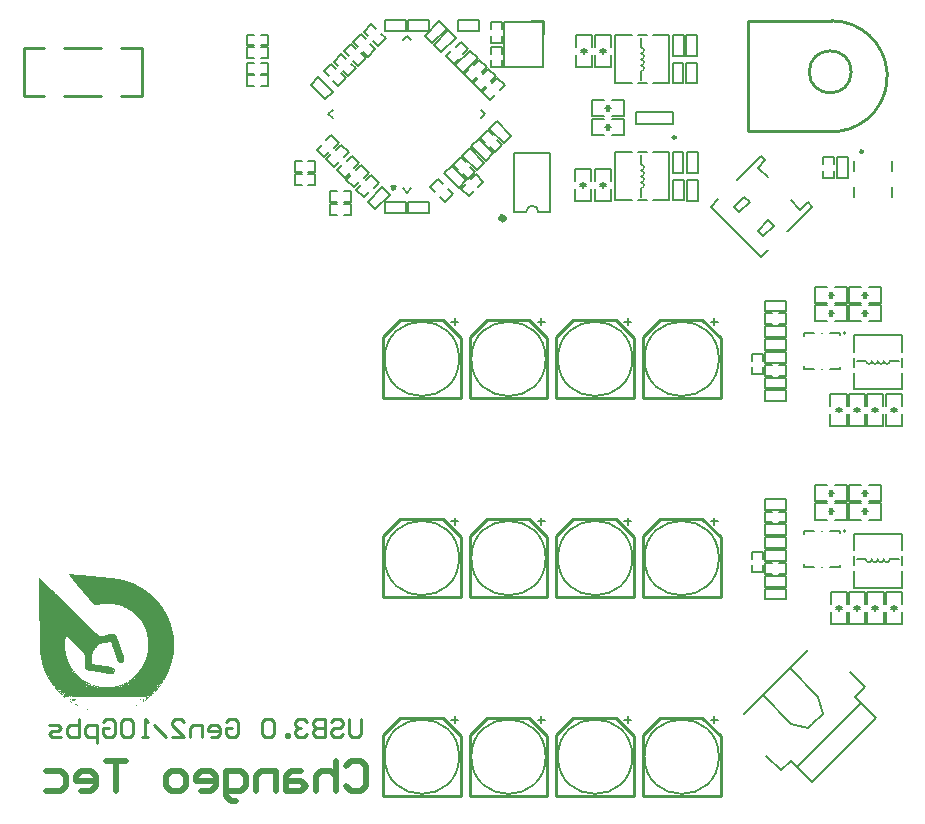
<source format=gbo>
G04*
G04 #@! TF.GenerationSoftware,Altium Limited,Altium Designer,24.0.1 (36)*
G04*
G04 Layer_Color=32896*
%FSLAX44Y44*%
%MOMM*%
G71*
G04*
G04 #@! TF.SameCoordinates,6F16000C-B149-46FA-B592-FBC60BD1AF14*
G04*
G04*
G04 #@! TF.FilePolarity,Positive*
G04*
G01*
G75*
%ADD10C,0.2032*%
%ADD11C,0.5000*%
%ADD12C,0.2500*%
%ADD13C,0.2000*%
%ADD14C,0.2540*%
%ADD15C,0.1524*%
%ADD16C,0.1500*%
%ADD124C,0.1500*%
%ADD125C,0.3000*%
%ADD126C,0.5080*%
G36*
X65922Y203296D02*
X69829D01*
Y202995D01*
X73134D01*
Y202695D01*
X76440D01*
Y202394D01*
X79446D01*
Y202094D01*
X82451D01*
Y201793D01*
X85456D01*
Y201493D01*
X88462D01*
Y201192D01*
X91166D01*
Y200892D01*
X93871D01*
Y200591D01*
X96576D01*
Y200291D01*
X99281D01*
Y199990D01*
X101685D01*
Y199689D01*
X104089D01*
Y199389D01*
X105892D01*
Y199088D01*
X107996D01*
Y198788D01*
X109799D01*
Y198487D01*
X111302D01*
Y198187D01*
X112504D01*
Y197886D01*
X113706D01*
Y197586D01*
X114608D01*
Y197285D01*
X115509D01*
Y196985D01*
X116411D01*
Y196684D01*
X117012D01*
Y196384D01*
X117914D01*
Y196083D01*
X118815D01*
Y195783D01*
X119416D01*
Y195482D01*
X120318D01*
Y195182D01*
X120919D01*
Y194881D01*
X121520D01*
Y194580D01*
X122121D01*
Y194280D01*
X122722D01*
Y193979D01*
X123323D01*
Y193679D01*
X123924D01*
Y193378D01*
X124525D01*
Y193078D01*
X125126D01*
Y192777D01*
X125727D01*
Y192477D01*
X126028D01*
Y192176D01*
X126629D01*
Y191876D01*
X126929D01*
Y191575D01*
X127530D01*
Y191275D01*
X128132D01*
Y190974D01*
X128432D01*
Y190674D01*
X129033D01*
Y190373D01*
X129334D01*
Y190072D01*
X129935D01*
Y189772D01*
X130235D01*
Y189471D01*
X130836D01*
Y189171D01*
X131137D01*
Y188870D01*
X131437D01*
Y188570D01*
X132038D01*
Y188269D01*
X132339D01*
Y187969D01*
X132640D01*
Y187668D01*
X132940D01*
Y187368D01*
X133541D01*
Y187067D01*
X133842D01*
Y186767D01*
X134142D01*
Y186466D01*
X134443D01*
Y186166D01*
X134743D01*
Y185865D01*
X135344D01*
Y185564D01*
X135645D01*
Y185264D01*
X135945D01*
Y184963D01*
X136246D01*
Y184663D01*
X136546D01*
Y184362D01*
X136847D01*
Y184062D01*
X137147D01*
Y183761D01*
X137448D01*
Y183461D01*
X137748D01*
Y183160D01*
X138049D01*
Y182860D01*
X138350D01*
Y182559D01*
X138650D01*
Y182259D01*
X138951D01*
Y181958D01*
X139251D01*
Y181658D01*
X139552D01*
Y181357D01*
X139852D01*
Y181057D01*
X140153D01*
Y180756D01*
X140453D01*
Y180455D01*
X140754D01*
Y180155D01*
Y179855D01*
X141054D01*
Y179554D01*
X141355D01*
Y179253D01*
X141655D01*
Y178953D01*
X141956D01*
Y178652D01*
X142256D01*
Y178352D01*
Y178051D01*
X142557D01*
Y177751D01*
X142858D01*
Y177450D01*
X143158D01*
Y177150D01*
Y176849D01*
X143459D01*
Y176549D01*
X143759D01*
Y176248D01*
X144060D01*
Y175948D01*
Y175647D01*
X144360D01*
Y175347D01*
X144661D01*
Y175046D01*
Y174745D01*
X144961D01*
Y174445D01*
Y174144D01*
X145262D01*
Y173844D01*
X145562D01*
Y173543D01*
Y173243D01*
X145863D01*
Y172942D01*
X146163D01*
Y172642D01*
Y172341D01*
X146464D01*
Y172041D01*
X146764D01*
Y171740D01*
Y171440D01*
X147065D01*
Y171139D01*
Y170839D01*
X147365D01*
Y170538D01*
Y170238D01*
X147666D01*
Y169937D01*
X147966D01*
Y169636D01*
Y169336D01*
X148267D01*
Y169035D01*
Y168735D01*
X148568D01*
Y168434D01*
Y168134D01*
X148868D01*
Y167833D01*
Y167533D01*
X149169D01*
Y167232D01*
Y166932D01*
X149469D01*
Y166631D01*
Y166331D01*
Y166030D01*
X149770D01*
Y165730D01*
Y165429D01*
X150070D01*
Y165128D01*
Y164828D01*
Y164527D01*
X150371D01*
Y164227D01*
Y163926D01*
X150671D01*
Y163626D01*
Y163325D01*
Y163025D01*
X150972D01*
Y162724D01*
Y162424D01*
X151272D01*
Y162123D01*
Y161823D01*
Y161522D01*
X151573D01*
Y161222D01*
Y160921D01*
Y160620D01*
X151873D01*
Y160320D01*
Y160019D01*
Y159719D01*
X152174D01*
Y159418D01*
Y159118D01*
Y158817D01*
X152474D01*
Y158517D01*
Y158216D01*
Y157916D01*
Y157615D01*
X152775D01*
Y157315D01*
Y157014D01*
Y156714D01*
Y156413D01*
X153076D01*
Y156113D01*
Y155812D01*
Y155512D01*
Y155211D01*
Y154910D01*
X153376D01*
Y154610D01*
Y154309D01*
Y154009D01*
Y153708D01*
X153677D01*
Y153408D01*
Y153107D01*
Y152807D01*
Y152506D01*
Y152206D01*
Y151905D01*
X153977D01*
Y151605D01*
Y151304D01*
Y151004D01*
Y150703D01*
Y150402D01*
Y150102D01*
Y149801D01*
Y149501D01*
X154278D01*
Y149200D01*
Y148900D01*
Y148599D01*
Y148299D01*
Y147998D01*
Y147698D01*
Y147397D01*
Y147097D01*
Y146796D01*
Y146496D01*
Y146195D01*
Y145894D01*
Y145594D01*
Y145294D01*
Y144993D01*
X154578D01*
Y144692D01*
Y144392D01*
Y144091D01*
Y143791D01*
Y143490D01*
Y143190D01*
Y142889D01*
Y142589D01*
Y142288D01*
Y141988D01*
Y141687D01*
X154278D01*
Y141387D01*
Y141086D01*
Y140786D01*
Y140485D01*
Y140184D01*
Y139884D01*
Y139583D01*
Y139283D01*
Y138982D01*
Y138682D01*
Y138381D01*
Y138081D01*
Y137780D01*
Y137480D01*
Y137179D01*
X153977D01*
Y136879D01*
Y136578D01*
Y136278D01*
Y135977D01*
Y135676D01*
Y135376D01*
Y135075D01*
X153677D01*
Y134775D01*
Y134474D01*
Y134174D01*
Y133873D01*
Y133573D01*
Y133272D01*
X153376D01*
Y132972D01*
Y132671D01*
Y132371D01*
Y132070D01*
Y131770D01*
Y131469D01*
X153076D01*
Y131168D01*
Y130868D01*
Y130568D01*
Y130267D01*
X152775D01*
Y129966D01*
Y129666D01*
Y129365D01*
Y129065D01*
X152474D01*
Y128764D01*
Y128464D01*
Y128163D01*
X152174D01*
Y127863D01*
Y127562D01*
Y127262D01*
Y126961D01*
X151873D01*
Y126661D01*
Y126360D01*
Y126060D01*
X151573D01*
Y125759D01*
Y125458D01*
Y125158D01*
X151272D01*
Y124857D01*
Y124557D01*
Y124256D01*
X150972D01*
Y123956D01*
Y123655D01*
Y123355D01*
X150671D01*
Y123054D01*
Y122754D01*
X150371D01*
Y122453D01*
Y122153D01*
Y121852D01*
X150070D01*
Y121552D01*
Y121251D01*
X149770D01*
Y120950D01*
Y120650D01*
Y120350D01*
X149469D01*
Y120049D01*
X149169D01*
Y119748D01*
Y119448D01*
Y119147D01*
X148868D01*
Y118847D01*
Y118546D01*
X148568D01*
Y118246D01*
Y117945D01*
X148267D01*
Y117645D01*
Y117344D01*
Y117044D01*
X147966D01*
Y117344D01*
X147666D01*
Y117044D01*
X147966D01*
Y116743D01*
X147666D01*
Y116443D01*
X147365D01*
Y116142D01*
Y115842D01*
Y115541D01*
X147065D01*
Y115240D01*
X146764D01*
Y114940D01*
Y114639D01*
Y114339D01*
X146464D01*
Y114038D01*
X146163D01*
Y113738D01*
Y113437D01*
X145863D01*
Y113137D01*
X145562D01*
Y113437D01*
X145262D01*
Y113137D01*
X145562D01*
Y112836D01*
Y112536D01*
X145262D01*
Y112235D01*
X144961D01*
Y111935D01*
Y111634D01*
X144661D01*
Y111334D01*
X144360D01*
Y111033D01*
Y110732D01*
X144060D01*
Y110432D01*
X143759D01*
Y110732D01*
X143459D01*
Y110432D01*
X143759D01*
Y110131D01*
Y109831D01*
X143459D01*
Y109530D01*
X143158D01*
Y109230D01*
Y108929D01*
X142858D01*
Y108629D01*
X142557D01*
Y108328D01*
X142256D01*
Y108028D01*
X141956D01*
Y107727D01*
Y107427D01*
X141655D01*
Y107126D01*
X141355D01*
Y106826D01*
Y106525D01*
X141054D01*
Y106224D01*
X140754D01*
Y105924D01*
X140453D01*
Y106224D01*
X140153D01*
Y106525D01*
Y106826D01*
X140453D01*
Y106525D01*
X140754D01*
Y106826D01*
X140453D01*
Y107126D01*
Y107427D01*
X139852D01*
Y107126D01*
Y106826D01*
Y106525D01*
Y106224D01*
X140153D01*
Y105924D01*
X140453D01*
Y105624D01*
X140153D01*
Y105323D01*
X139552D01*
Y105022D01*
Y104722D01*
Y104421D01*
X139251D01*
Y104722D01*
X138951D01*
Y104421D01*
X139251D01*
Y104121D01*
X138951D01*
Y103820D01*
X138650D01*
Y103520D01*
X138049D01*
Y103219D01*
X137748D01*
Y102919D01*
Y102618D01*
X137147D01*
Y102318D01*
Y102017D01*
X136847D01*
Y101717D01*
X136546D01*
Y102017D01*
X135945D01*
Y102318D01*
Y102618D01*
X135645D01*
Y102318D01*
Y102017D01*
X135945D01*
Y101717D01*
X136546D01*
Y101416D01*
X135945D01*
Y101717D01*
X135645D01*
Y102017D01*
X135344D01*
Y101717D01*
X135645D01*
Y101416D01*
X135945D01*
Y101116D01*
Y100815D01*
X135344D01*
Y100514D01*
Y100214D01*
X134743D01*
Y99913D01*
X134443D01*
Y99613D01*
X134142D01*
Y99312D01*
X133842D01*
Y99012D01*
X133541D01*
Y98711D01*
X132940D01*
Y98411D01*
X132339D01*
Y98110D01*
X132038D01*
Y97810D01*
X131738D01*
Y98110D01*
Y98411D01*
X132038D01*
Y98711D01*
X131738D01*
Y99012D01*
X131437D01*
Y99312D01*
X130836D01*
Y99613D01*
X130536D01*
Y99312D01*
X130836D01*
Y99012D01*
X131137D01*
Y98711D01*
X131437D01*
Y98411D01*
Y98110D01*
X131137D01*
Y97810D01*
X131738D01*
Y97509D01*
X131437D01*
Y97209D01*
X131137D01*
Y96908D01*
X130836D01*
Y97209D01*
Y97509D01*
X131137D01*
Y97810D01*
X130536D01*
Y98110D01*
X130836D01*
Y98411D01*
X130536D01*
Y98711D01*
Y99012D01*
Y99312D01*
X125727D01*
Y99613D01*
X70430D01*
Y99312D01*
X68025D01*
Y99613D01*
Y99913D01*
Y100214D01*
X67424D01*
Y99913D01*
Y99613D01*
X67124D01*
Y99312D01*
X66523D01*
Y99613D01*
X66222D01*
Y99913D01*
Y100214D01*
X65621D01*
Y99913D01*
Y99613D01*
X62916D01*
Y99913D01*
X62616D01*
Y100214D01*
X62015D01*
Y99913D01*
X62616D01*
Y99613D01*
X62916D01*
Y99312D01*
X63217D01*
Y99012D01*
X62916D01*
Y99312D01*
X62616D01*
Y99613D01*
X62015D01*
Y99913D01*
X61714D01*
Y100214D01*
X61113D01*
Y99913D01*
X61714D01*
Y99613D01*
X62015D01*
Y99312D01*
X61714D01*
Y99613D01*
X61113D01*
Y99913D01*
X60813D01*
Y100214D01*
Y100514D01*
Y100815D01*
X60512D01*
Y101116D01*
X59911D01*
Y101416D01*
X59611D01*
Y101717D01*
X59310D01*
Y101416D01*
X59611D01*
Y101116D01*
X59911D01*
Y100815D01*
Y100514D01*
X60212D01*
Y100214D01*
X60512D01*
Y99913D01*
X60813D01*
Y99613D01*
X61113D01*
Y99312D01*
X60813D01*
Y99613D01*
X60512D01*
Y99913D01*
X60212D01*
Y100214D01*
X59611D01*
Y100514D01*
Y100815D01*
X59010D01*
Y101116D01*
Y101416D01*
X58408D01*
Y101717D01*
X58108D01*
Y102017D01*
X57807D01*
Y102318D01*
X57507D01*
Y102618D01*
X57206D01*
Y102919D01*
Y103219D01*
X56605D01*
Y103520D01*
X56305D01*
Y103820D01*
X56004D01*
Y104121D01*
X55704D01*
Y104421D01*
X55403D01*
Y104722D01*
X55103D01*
Y105022D01*
Y105323D01*
X54802D01*
Y105624D01*
X54502D01*
Y105924D01*
X54201D01*
Y106224D01*
X53901D01*
Y106525D01*
X53600D01*
Y106826D01*
Y107126D01*
X53299D01*
Y107427D01*
X52999D01*
Y107727D01*
X52698D01*
Y108028D01*
X52398D01*
Y108328D01*
Y108629D01*
X52097D01*
Y108929D01*
X51797D01*
Y109230D01*
X51496D01*
Y109530D01*
Y109831D01*
X51196D01*
Y110131D01*
X50895D01*
Y110432D01*
Y110732D01*
X50595D01*
Y111033D01*
X50294D01*
Y111334D01*
Y111634D01*
X49994D01*
Y111935D01*
Y112235D01*
X49693D01*
Y112536D01*
X49393D01*
Y112836D01*
X49092D01*
Y113137D01*
Y113437D01*
X48791D01*
Y113738D01*
Y114038D01*
X48491D01*
Y114339D01*
X48190D01*
Y114639D01*
Y114940D01*
X47890D01*
Y115240D01*
Y115541D01*
X47589D01*
Y115842D01*
X47289D01*
Y116142D01*
Y116443D01*
X46988D01*
Y116743D01*
Y117044D01*
X46688D01*
Y117344D01*
Y117645D01*
X46387D01*
Y117945D01*
Y118246D01*
X46087D01*
Y118546D01*
Y118847D01*
X45786D01*
Y119147D01*
Y119448D01*
X45486D01*
Y119748D01*
Y120049D01*
X45185D01*
Y120350D01*
Y120650D01*
X44885D01*
Y120950D01*
Y121251D01*
Y121552D01*
X44584D01*
Y121852D01*
Y122153D01*
Y122453D01*
X44284D01*
Y122754D01*
Y123054D01*
X43983D01*
Y123355D01*
Y123655D01*
Y123956D01*
X43682D01*
Y124256D01*
Y124557D01*
Y124857D01*
X43382D01*
Y125158D01*
Y125458D01*
X43081D01*
Y125759D01*
Y126060D01*
Y126360D01*
Y126661D01*
X42781D01*
Y126961D01*
Y127262D01*
Y127562D01*
Y127863D01*
X42480D01*
Y128163D01*
Y128464D01*
Y128764D01*
Y129065D01*
X42180D01*
Y129365D01*
Y129666D01*
Y129966D01*
Y130267D01*
Y130568D01*
X41879D01*
Y130868D01*
Y131168D01*
Y131469D01*
Y131770D01*
Y132070D01*
Y132371D01*
X41579D01*
Y132671D01*
Y132972D01*
Y133272D01*
Y133573D01*
Y133873D01*
Y134174D01*
Y134474D01*
X41278D01*
Y134775D01*
Y135075D01*
Y135376D01*
Y135676D01*
Y135977D01*
Y136278D01*
Y136578D01*
Y136879D01*
Y137179D01*
Y137480D01*
X40978D01*
Y137780D01*
Y138081D01*
Y138381D01*
Y138682D01*
Y138982D01*
Y139283D01*
Y139583D01*
Y139884D01*
Y140184D01*
Y140485D01*
Y140786D01*
Y141086D01*
Y141387D01*
Y141687D01*
Y141988D01*
Y142288D01*
Y142589D01*
X40677D01*
Y142889D01*
Y143190D01*
Y143490D01*
Y143791D01*
Y144091D01*
Y144392D01*
Y144692D01*
Y144993D01*
Y145294D01*
Y145594D01*
Y145894D01*
Y146195D01*
Y146496D01*
Y146796D01*
Y147097D01*
Y147397D01*
Y147698D01*
Y147998D01*
Y148299D01*
Y148599D01*
Y148900D01*
Y149200D01*
Y149501D01*
Y149801D01*
Y150102D01*
Y150402D01*
Y150703D01*
Y151004D01*
Y151304D01*
Y151605D01*
Y151905D01*
Y152206D01*
Y152506D01*
Y152807D01*
Y153107D01*
Y153408D01*
Y153708D01*
Y154009D01*
Y154309D01*
Y154610D01*
Y154910D01*
Y155211D01*
Y155512D01*
Y155812D01*
Y156113D01*
Y156413D01*
Y156714D01*
Y157014D01*
Y157315D01*
Y157615D01*
Y157916D01*
Y158216D01*
Y158517D01*
Y158817D01*
Y159118D01*
Y159418D01*
Y159719D01*
Y160019D01*
Y160320D01*
Y160620D01*
Y160921D01*
Y161222D01*
Y161522D01*
Y161823D01*
Y162123D01*
Y162424D01*
Y162724D01*
Y163025D01*
Y163325D01*
Y163626D01*
Y163926D01*
X40377D01*
Y164227D01*
Y164527D01*
Y164828D01*
Y165128D01*
Y165429D01*
Y165730D01*
Y166030D01*
Y166331D01*
Y166631D01*
Y166932D01*
Y167232D01*
Y167533D01*
Y167833D01*
Y168134D01*
Y168434D01*
Y168735D01*
Y169035D01*
Y169336D01*
Y169636D01*
Y169937D01*
Y170238D01*
Y170538D01*
Y170839D01*
Y171139D01*
Y171440D01*
Y171740D01*
Y172041D01*
Y172341D01*
Y172642D01*
Y172942D01*
Y173243D01*
Y173543D01*
Y173844D01*
Y174144D01*
Y174445D01*
Y174745D01*
Y175046D01*
Y175347D01*
Y175647D01*
Y175948D01*
Y176248D01*
Y176549D01*
Y176849D01*
Y177150D01*
Y177450D01*
Y177751D01*
Y178051D01*
Y178352D01*
Y178652D01*
Y178953D01*
Y179253D01*
Y179554D01*
Y179855D01*
X40076D01*
Y180155D01*
Y180455D01*
Y180756D01*
Y181057D01*
Y181357D01*
Y181658D01*
Y181958D01*
Y182259D01*
Y182559D01*
Y182860D01*
Y183160D01*
Y183461D01*
Y183761D01*
Y184062D01*
Y184362D01*
Y184663D01*
Y184963D01*
Y185264D01*
Y185564D01*
Y185865D01*
Y186166D01*
Y186466D01*
Y186767D01*
Y187067D01*
Y187368D01*
Y187668D01*
Y187969D01*
Y188269D01*
Y188570D01*
Y188870D01*
Y189171D01*
Y189471D01*
Y189772D01*
Y190072D01*
Y190373D01*
Y190674D01*
Y190974D01*
Y191275D01*
Y191575D01*
Y191876D01*
Y192176D01*
X40377D01*
Y192477D01*
Y192777D01*
Y193078D01*
Y193378D01*
Y193679D01*
Y193979D01*
Y194280D01*
Y194580D01*
Y194881D01*
Y195182D01*
Y195482D01*
Y195783D01*
Y196083D01*
Y196384D01*
Y196684D01*
Y196985D01*
Y197285D01*
Y197586D01*
Y197886D01*
Y198187D01*
Y198487D01*
Y198788D01*
Y199088D01*
Y199389D01*
Y199689D01*
X40677D01*
Y199389D01*
X41278D01*
Y199088D01*
X41579D01*
Y198788D01*
X41879D01*
Y198487D01*
X42180D01*
Y198187D01*
X42480D01*
Y197886D01*
X42781D01*
Y197586D01*
X43081D01*
Y197285D01*
X43382D01*
Y196985D01*
X43682D01*
Y196684D01*
X43983D01*
Y196384D01*
X44584D01*
Y196083D01*
X44885D01*
Y195783D01*
X45185D01*
Y195482D01*
X45486D01*
Y195182D01*
X45786D01*
Y194881D01*
X46087D01*
Y194580D01*
X46387D01*
Y194280D01*
X46688D01*
Y193979D01*
X46988D01*
Y193679D01*
X47289D01*
Y193378D01*
X47589D01*
Y193078D01*
X47890D01*
Y192777D01*
X48190D01*
Y192477D01*
X48491D01*
Y192176D01*
X48791D01*
Y191876D01*
X49092D01*
Y191575D01*
X49393D01*
Y191275D01*
X49693D01*
Y190974D01*
X49994D01*
Y190674D01*
X50294D01*
Y190373D01*
X50595D01*
Y190072D01*
X50895D01*
Y189772D01*
X51196D01*
Y189471D01*
X51496D01*
Y189171D01*
X51797D01*
Y188870D01*
X52398D01*
Y188570D01*
X52698D01*
Y188269D01*
X52999D01*
Y187969D01*
X53299D01*
Y187668D01*
X53600D01*
Y187368D01*
Y187067D01*
X53901D01*
Y186767D01*
X54201D01*
Y186466D01*
X54802D01*
Y186166D01*
X55103D01*
Y185865D01*
X55403D01*
Y185564D01*
X55704D01*
Y185264D01*
X56004D01*
Y184963D01*
X56305D01*
Y184663D01*
X56605D01*
Y184362D01*
X56906D01*
Y184062D01*
X57206D01*
Y183761D01*
X57507D01*
Y183461D01*
X57807D01*
Y183160D01*
X58108D01*
Y182860D01*
X58408D01*
Y182559D01*
X58709D01*
Y182259D01*
X59010D01*
Y181958D01*
X59310D01*
Y181658D01*
X59611D01*
Y181357D01*
X59911D01*
Y181057D01*
X60212D01*
Y180756D01*
X60512D01*
Y180455D01*
X60813D01*
Y180155D01*
X61113D01*
Y179855D01*
X61414D01*
Y179554D01*
X61714D01*
Y179253D01*
X62015D01*
Y178953D01*
X62315D01*
Y178652D01*
X62616D01*
Y178352D01*
X62916D01*
Y178051D01*
X63217D01*
Y177751D01*
X63517D01*
Y177450D01*
X63818D01*
Y177150D01*
X64119D01*
Y176849D01*
X64419D01*
Y176549D01*
X64720D01*
Y176248D01*
X65020D01*
Y175948D01*
X65321D01*
Y175647D01*
X65621D01*
Y175347D01*
X65922D01*
Y175046D01*
X66222D01*
Y174745D01*
X66523D01*
Y174445D01*
X66823D01*
Y174144D01*
X67124D01*
Y173844D01*
X67424D01*
Y173543D01*
X67725D01*
Y173243D01*
X68025D01*
Y172942D01*
X68326D01*
Y172642D01*
X68626D01*
Y172341D01*
X68927D01*
Y172041D01*
X69228D01*
Y171740D01*
X69528D01*
Y171440D01*
X69829D01*
Y171139D01*
X70129D01*
Y170839D01*
X70430D01*
Y170538D01*
X70730D01*
Y170238D01*
X71031D01*
Y169937D01*
X71331D01*
Y169636D01*
X71632D01*
Y169336D01*
X71932D01*
Y169035D01*
X72233D01*
Y168735D01*
X72533D01*
Y168434D01*
X72834D01*
Y168134D01*
X73134D01*
Y167833D01*
X73435D01*
Y167533D01*
X73735D01*
Y167232D01*
X74036D01*
Y166932D01*
X74337D01*
Y166631D01*
X74637D01*
Y166331D01*
X74938D01*
Y166030D01*
X75238D01*
Y165730D01*
X75539D01*
Y165429D01*
X75839D01*
Y165128D01*
X76140D01*
Y164828D01*
X76440D01*
Y164527D01*
X76741D01*
Y164227D01*
X77041D01*
Y163926D01*
X77342D01*
Y163626D01*
X77642D01*
Y163325D01*
X77943D01*
Y163025D01*
X78243D01*
Y162724D01*
X78544D01*
Y162424D01*
X78844D01*
Y162123D01*
X79145D01*
Y161823D01*
X79446D01*
Y161522D01*
X79746D01*
Y161222D01*
X80047D01*
Y160921D01*
X80347D01*
Y160620D01*
X80648D01*
Y160320D01*
X80948D01*
Y160019D01*
X81249D01*
Y159719D01*
X81549D01*
Y159418D01*
X81850D01*
Y159118D01*
X82150D01*
Y158817D01*
X82451D01*
Y158517D01*
X82751D01*
Y158216D01*
X83052D01*
Y157916D01*
X83352D01*
Y157615D01*
X83653D01*
Y157315D01*
X83954D01*
Y157014D01*
X84254D01*
Y156714D01*
X84555D01*
Y156413D01*
X84855D01*
Y156113D01*
X85156D01*
Y155812D01*
X85456D01*
Y155512D01*
X86057D01*
Y155211D01*
X86358D01*
Y154910D01*
X86658D01*
Y154610D01*
X87259D01*
Y154309D01*
Y154009D01*
X87860D01*
Y153708D01*
X88462D01*
Y153408D01*
X88762D01*
Y153107D01*
X89063D01*
Y152807D01*
X89363D01*
Y152506D01*
X89664D01*
Y152206D01*
X90265D01*
Y151905D01*
X90565D01*
Y151605D01*
X91166D01*
Y151304D01*
X91467D01*
Y151004D01*
X91767D01*
Y150703D01*
X93270D01*
Y151004D01*
X94472D01*
Y151304D01*
X95975D01*
Y151605D01*
X97177D01*
Y151905D01*
X98379D01*
Y152206D01*
X99882D01*
Y152506D01*
X101384D01*
Y152807D01*
X103188D01*
Y152506D01*
X104089D01*
Y152206D01*
X104690D01*
Y151905D01*
X104991D01*
Y151605D01*
X105291D01*
Y151304D01*
Y151004D01*
X105592D01*
Y150703D01*
X105892D01*
Y150402D01*
Y150102D01*
X106193D01*
Y149801D01*
Y149501D01*
Y149200D01*
X106493D01*
Y148900D01*
Y148599D01*
Y148299D01*
X106794D01*
Y147998D01*
Y147698D01*
Y147397D01*
X107094D01*
Y147097D01*
Y146796D01*
Y146496D01*
X107395D01*
Y146195D01*
Y145894D01*
Y145594D01*
X107696D01*
Y145294D01*
Y144993D01*
X107996D01*
Y144692D01*
Y144392D01*
Y144091D01*
X108296D01*
Y143791D01*
Y143490D01*
Y143190D01*
Y142889D01*
X108597D01*
Y142589D01*
Y142288D01*
X108898D01*
Y141988D01*
Y141687D01*
Y141387D01*
X109198D01*
Y141086D01*
Y140786D01*
Y140485D01*
X109499D01*
Y140184D01*
Y139884D01*
Y139583D01*
X109799D01*
Y139283D01*
Y138982D01*
Y138682D01*
X110100D01*
Y138381D01*
Y138081D01*
Y137780D01*
X110400D01*
Y137480D01*
Y137179D01*
Y136879D01*
X110701D01*
Y136578D01*
Y136278D01*
X111001D01*
Y135977D01*
Y135676D01*
Y135376D01*
Y135075D01*
X111302D01*
Y134775D01*
Y134474D01*
X111602D01*
Y134174D01*
Y133873D01*
Y133573D01*
Y133272D01*
X111903D01*
Y132972D01*
Y132671D01*
X112203D01*
Y132371D01*
Y132070D01*
Y131770D01*
Y131469D01*
Y131168D01*
Y130868D01*
X112504D01*
Y130568D01*
X112203D01*
Y130267D01*
Y129966D01*
Y129666D01*
X111903D01*
Y129365D01*
Y129065D01*
X111602D01*
Y128764D01*
X111302D01*
Y128464D01*
X110701D01*
Y128163D01*
X109799D01*
Y127863D01*
X108898D01*
Y128163D01*
X107996D01*
Y128464D01*
X107395D01*
Y128764D01*
X107094D01*
Y129065D01*
X106794D01*
Y129365D01*
Y129666D01*
X106493D01*
Y129966D01*
Y130267D01*
X106193D01*
Y130568D01*
Y130868D01*
Y131168D01*
X105892D01*
Y131469D01*
Y131770D01*
Y132070D01*
X105592D01*
Y132371D01*
Y132671D01*
Y132972D01*
X105291D01*
Y133272D01*
Y133573D01*
Y133873D01*
X104991D01*
Y134174D01*
Y134474D01*
Y134775D01*
X104690D01*
Y135075D01*
Y135376D01*
Y135676D01*
X104390D01*
Y135977D01*
Y136278D01*
X104089D01*
Y136578D01*
Y136879D01*
Y137179D01*
Y137480D01*
X103789D01*
Y137780D01*
Y138081D01*
Y138381D01*
X103488D01*
Y138682D01*
Y138982D01*
Y139283D01*
X103188D01*
Y139583D01*
Y139884D01*
Y140184D01*
X102887D01*
Y140485D01*
Y140786D01*
Y141086D01*
X102586D01*
Y141387D01*
Y141687D01*
Y141988D01*
X102286D01*
Y142288D01*
Y142589D01*
Y142889D01*
X101985D01*
Y143190D01*
Y143490D01*
X101685D01*
Y143791D01*
Y144091D01*
Y144392D01*
Y144692D01*
X101384D01*
Y144993D01*
Y145294D01*
X101084D01*
Y145594D01*
Y145894D01*
X99581D01*
Y145594D01*
X98078D01*
Y145294D01*
X96576D01*
Y144993D01*
X94773D01*
Y144692D01*
X93270D01*
Y144392D01*
X91767D01*
Y144091D01*
X90866D01*
Y143791D01*
X90565D01*
Y143490D01*
X90265D01*
Y143190D01*
X89964D01*
Y142889D01*
X89664D01*
Y142589D01*
Y142288D01*
X89363D01*
Y141988D01*
X89063D01*
Y141687D01*
X88762D01*
Y141387D01*
Y141086D01*
X88462D01*
Y140786D01*
X88161D01*
Y140485D01*
X87860D01*
Y140184D01*
Y139884D01*
X87560D01*
Y139583D01*
X87259D01*
Y139283D01*
X86959D01*
Y138982D01*
X86658D01*
Y138682D01*
Y138381D01*
X86358D01*
Y138081D01*
X86057D01*
Y137780D01*
X85757D01*
Y137480D01*
Y137179D01*
X85456D01*
Y136879D01*
Y136578D01*
Y136278D01*
Y135977D01*
Y135676D01*
X85156D01*
Y135376D01*
Y135075D01*
Y134775D01*
Y134474D01*
Y134174D01*
Y133873D01*
Y133573D01*
Y133272D01*
Y132972D01*
Y132671D01*
Y132371D01*
Y132070D01*
Y131770D01*
Y131469D01*
Y131168D01*
Y130868D01*
Y130568D01*
Y130267D01*
Y129966D01*
Y129666D01*
Y129365D01*
Y129065D01*
Y128764D01*
Y128464D01*
Y128163D01*
Y127863D01*
Y127562D01*
Y127262D01*
X86057D01*
Y126961D01*
X87860D01*
Y126661D01*
X89664D01*
Y126360D01*
X91467D01*
Y126060D01*
X93571D01*
Y125759D01*
X95674D01*
Y125458D01*
X97177D01*
Y125158D01*
X99281D01*
Y124857D01*
X100783D01*
Y124557D01*
X102286D01*
Y124256D01*
X103188D01*
Y123956D01*
X103488D01*
Y123655D01*
Y123355D01*
X104089D01*
Y123054D01*
Y122754D01*
X104390D01*
Y122453D01*
Y122153D01*
Y121852D01*
Y121552D01*
Y121251D01*
Y120950D01*
Y120650D01*
X104089D01*
Y120350D01*
Y120049D01*
X103789D01*
Y119748D01*
X103488D01*
Y119448D01*
Y119147D01*
X102887D01*
Y118847D01*
X102286D01*
Y119147D01*
X101985D01*
Y118847D01*
X102286D01*
Y118546D01*
X99882D01*
Y118847D01*
X98078D01*
Y119147D01*
X96576D01*
Y119448D01*
X95073D01*
Y119748D01*
X92970D01*
Y120049D01*
X90866D01*
Y120350D01*
X89063D01*
Y120650D01*
X87259D01*
Y120950D01*
X85156D01*
Y121251D01*
Y121552D01*
X84855D01*
Y121251D01*
X83352D01*
Y121552D01*
X81549D01*
Y121852D01*
X80648D01*
Y122153D01*
X80047D01*
Y122453D01*
X79746D01*
Y122754D01*
X79446D01*
Y123054D01*
Y123355D01*
X79145D01*
Y123655D01*
Y123956D01*
X78844D01*
Y124256D01*
Y124557D01*
Y124857D01*
Y125158D01*
Y125458D01*
Y125759D01*
Y126060D01*
Y126360D01*
Y126661D01*
Y126961D01*
Y127262D01*
Y127562D01*
Y127863D01*
Y128163D01*
Y128464D01*
Y128764D01*
Y129065D01*
Y129365D01*
Y129666D01*
Y129966D01*
Y130267D01*
Y130568D01*
Y130868D01*
Y131168D01*
Y131469D01*
Y131770D01*
Y132070D01*
Y132371D01*
Y132671D01*
Y132972D01*
X79145D01*
Y133272D01*
Y133573D01*
Y133873D01*
Y134174D01*
Y134474D01*
Y134775D01*
X78844D01*
Y135075D01*
X78544D01*
Y135376D01*
X78243D01*
Y135676D01*
Y135977D01*
X77943D01*
Y136278D01*
X77642D01*
Y136578D01*
X77342D01*
Y136879D01*
X77041D01*
Y137179D01*
X76741D01*
Y137480D01*
X76440D01*
Y137780D01*
Y138081D01*
X75839D01*
Y138381D01*
X75539D01*
Y138682D01*
X75238D01*
Y138982D01*
Y139283D01*
X74637D01*
Y139583D01*
X74337D01*
Y139884D01*
X74036D01*
Y140184D01*
X73735D01*
Y140485D01*
X73435D01*
Y140786D01*
X73134D01*
Y141086D01*
X72834D01*
Y141387D01*
X72533D01*
Y141687D01*
X72233D01*
Y141988D01*
X71932D01*
Y142288D01*
X71632D01*
Y142589D01*
X71331D01*
Y142889D01*
X71031D01*
Y143190D01*
X70730D01*
Y143490D01*
X70430D01*
Y143791D01*
X70129D01*
Y144091D01*
X69829D01*
Y144392D01*
X69528D01*
Y144692D01*
X69228D01*
Y144993D01*
X68927D01*
Y145294D01*
X68626D01*
Y145594D01*
X68326D01*
Y145894D01*
X68025D01*
Y146195D01*
X67725D01*
Y146496D01*
X67424D01*
Y146796D01*
X67124D01*
Y147097D01*
X66823D01*
Y147397D01*
X66523D01*
Y147698D01*
X66222D01*
Y147998D01*
X65922D01*
Y148299D01*
X65621D01*
Y148599D01*
X65321D01*
Y148900D01*
X65020D01*
Y149200D01*
X64720D01*
Y149501D01*
X64419D01*
Y149801D01*
X64119D01*
Y150102D01*
X63818D01*
Y150402D01*
X63217D01*
Y150102D01*
X62916D01*
Y149801D01*
Y149501D01*
Y149200D01*
X62616D01*
Y148900D01*
Y148599D01*
Y148299D01*
X62315D01*
Y147998D01*
Y147698D01*
Y147397D01*
Y147097D01*
Y146796D01*
Y146496D01*
Y146195D01*
Y145894D01*
X62015D01*
Y145594D01*
Y145294D01*
Y144993D01*
Y144692D01*
Y144392D01*
Y144091D01*
Y143791D01*
Y143490D01*
Y143190D01*
Y142889D01*
Y142589D01*
Y142288D01*
Y141988D01*
Y141687D01*
Y141387D01*
Y141086D01*
Y140786D01*
X62315D01*
Y140485D01*
Y140184D01*
Y139884D01*
Y139583D01*
Y139283D01*
Y138982D01*
Y138682D01*
Y138381D01*
Y138081D01*
X62616D01*
Y137780D01*
Y137480D01*
Y137179D01*
Y136879D01*
Y136578D01*
X62916D01*
Y136278D01*
Y135977D01*
Y135676D01*
Y135376D01*
X63217D01*
Y135075D01*
Y134775D01*
Y134474D01*
Y134174D01*
X63517D01*
Y133873D01*
Y133573D01*
Y133272D01*
Y132972D01*
X63818D01*
Y132671D01*
Y132371D01*
Y132070D01*
X64119D01*
Y131770D01*
Y131469D01*
Y131168D01*
X64419D01*
Y130868D01*
Y130568D01*
Y130267D01*
X64720D01*
Y129966D01*
Y129666D01*
X65020D01*
Y129365D01*
Y129065D01*
X65321D01*
Y128764D01*
Y128464D01*
Y128163D01*
X65621D01*
Y127863D01*
Y127562D01*
X65922D01*
Y127262D01*
Y126961D01*
X66222D01*
Y126661D01*
Y126360D01*
X66523D01*
Y126060D01*
Y125759D01*
X66823D01*
Y125458D01*
Y125158D01*
X67124D01*
Y124857D01*
X66823D01*
Y124557D01*
X67424D01*
Y124256D01*
Y123956D01*
X67725D01*
Y123655D01*
X68025D01*
Y123355D01*
X68326D01*
Y123054D01*
Y122754D01*
X68626D01*
Y122453D01*
X68927D01*
Y122153D01*
Y121852D01*
X69228D01*
Y121552D01*
X69528D01*
Y121251D01*
X69829D01*
Y120950D01*
X70129D01*
Y120650D01*
Y120350D01*
X70430D01*
Y120049D01*
X70730D01*
Y119748D01*
X71031D01*
Y119448D01*
Y119147D01*
X71331D01*
Y118847D01*
X71632D01*
Y118546D01*
X71932D01*
Y118246D01*
X72233D01*
Y117945D01*
X72533D01*
Y117645D01*
X72834D01*
Y117344D01*
X73134D01*
Y117044D01*
X73435D01*
Y116743D01*
X74036D01*
Y116443D01*
Y116142D01*
X74637D01*
Y115842D01*
X74938D01*
Y115541D01*
X75238D01*
Y115240D01*
X75539D01*
Y114940D01*
X76140D01*
Y114639D01*
X76440D01*
Y114339D01*
X76741D01*
Y114038D01*
X77041D01*
Y113738D01*
X77642D01*
Y113437D01*
X78243D01*
Y113137D01*
X78844D01*
Y112836D01*
X79145D01*
Y112536D01*
X79446D01*
Y112235D01*
X80047D01*
Y111935D01*
Y111634D01*
X80347D01*
Y111334D01*
X80648D01*
Y111634D01*
X80347D01*
Y111935D01*
X80648D01*
Y111634D01*
X81249D01*
Y111334D01*
X80948D01*
Y111033D01*
X80347D01*
Y111334D01*
X80047D01*
Y111033D01*
X80347D01*
Y110732D01*
X81249D01*
Y111033D01*
X81549D01*
Y111334D01*
X81850D01*
Y111033D01*
X82451D01*
Y110732D01*
X83052D01*
Y110432D01*
X83653D01*
Y110131D01*
X84254D01*
Y109831D01*
X85156D01*
Y109530D01*
X86057D01*
Y109230D01*
X87259D01*
Y108929D01*
X86658D01*
Y108629D01*
X87560D01*
Y108328D01*
X86658D01*
Y108629D01*
X85456D01*
Y108929D01*
X86057D01*
Y109230D01*
X85156D01*
Y108929D01*
Y108629D01*
X84855D01*
Y108929D01*
Y109230D01*
X84254D01*
Y108929D01*
Y108629D01*
X83954D01*
Y108328D01*
X84555D01*
Y108028D01*
X84855D01*
Y107727D01*
X86358D01*
Y108028D01*
X84855D01*
Y108328D01*
X86358D01*
Y108028D01*
X87860D01*
Y107727D01*
X88462D01*
Y108028D01*
X87860D01*
Y108328D01*
X88462D01*
Y108629D01*
X89063D01*
Y108328D01*
X90565D01*
Y108028D01*
X92368D01*
Y107727D01*
X95073D01*
Y107427D01*
X100182D01*
Y107727D01*
X102887D01*
Y107427D01*
X103488D01*
Y107727D01*
X102887D01*
Y108028D01*
X104690D01*
Y108328D01*
X105892D01*
Y108629D01*
X106794D01*
Y108328D01*
X107094D01*
Y108629D01*
Y108929D01*
X107696D01*
Y108629D01*
X108597D01*
Y108929D01*
X107996D01*
Y109230D01*
X108898D01*
Y109530D01*
X109799D01*
Y109831D01*
X110400D01*
Y110131D01*
X111001D01*
Y110432D01*
X111903D01*
Y110732D01*
X112504D01*
Y111033D01*
X112804D01*
Y111334D01*
X113406D01*
Y111033D01*
X113706D01*
Y110732D01*
X114007D01*
Y111033D01*
X113706D01*
Y111334D01*
Y111634D01*
X114608D01*
Y111935D01*
X114908D01*
Y112235D01*
X115209D01*
Y112536D01*
X115810D01*
Y112235D01*
X115509D01*
Y111935D01*
X116110D01*
Y112235D01*
Y112536D01*
X115810D01*
Y112836D01*
X116110D01*
Y113137D01*
X116411D01*
Y112836D01*
X116711D01*
Y113137D01*
X116411D01*
Y113437D01*
X117012D01*
Y113738D01*
X117312D01*
Y114038D01*
X117613D01*
Y114339D01*
X118214D01*
Y114639D01*
X118514D01*
Y114940D01*
X118815D01*
Y114639D01*
X119116D01*
Y114940D01*
X118815D01*
Y115240D01*
X119116D01*
Y115541D01*
X119416D01*
Y115842D01*
X120017D01*
Y116142D01*
X120618D01*
Y115842D01*
X120919D01*
Y116142D01*
X120618D01*
Y116443D01*
Y116743D01*
X120919D01*
Y117044D01*
X121219D01*
Y117344D01*
X121520D01*
Y117645D01*
X121820D01*
Y117945D01*
X122121D01*
Y118246D01*
X122421D01*
Y118546D01*
X122722D01*
Y118847D01*
Y119147D01*
X123022D01*
Y118847D01*
X123323D01*
Y119147D01*
Y119448D01*
Y119748D01*
X123624D01*
Y120049D01*
X123924D01*
Y120350D01*
X124225D01*
Y120650D01*
X124525D01*
Y120950D01*
X124826D01*
Y121251D01*
Y121552D01*
X125126D01*
Y121852D01*
X125427D01*
Y122153D01*
X125727D01*
Y122453D01*
Y122754D01*
X126028D01*
Y123054D01*
X126328D01*
Y122754D01*
X126629D01*
Y123054D01*
X126328D01*
Y123355D01*
Y123655D01*
X126929D01*
Y123956D01*
Y124256D01*
Y124557D01*
X127230D01*
Y124857D01*
Y125158D01*
X127530D01*
Y125458D01*
X127831D01*
Y125759D01*
Y126060D01*
X128132D01*
Y126360D01*
Y126661D01*
X128432D01*
Y126961D01*
X128733D01*
Y127262D01*
Y127562D01*
Y127863D01*
X129033D01*
Y128163D01*
Y128464D01*
X129334D01*
Y128764D01*
Y129065D01*
X129634D01*
Y129365D01*
Y129666D01*
X129935D01*
Y129966D01*
Y130267D01*
Y130568D01*
X130235D01*
Y130868D01*
Y131168D01*
Y131469D01*
X130536D01*
Y131770D01*
Y132070D01*
X130836D01*
Y132371D01*
Y132671D01*
Y132972D01*
Y133272D01*
X131137D01*
Y133573D01*
Y133873D01*
Y134174D01*
X131437D01*
Y134474D01*
Y134775D01*
Y135075D01*
Y135376D01*
X131738D01*
Y135676D01*
Y135977D01*
Y136278D01*
Y136578D01*
Y136879D01*
X132038D01*
Y137179D01*
Y137480D01*
Y137780D01*
Y138081D01*
Y138381D01*
Y138682D01*
X132339D01*
Y138982D01*
Y139283D01*
Y139583D01*
Y139884D01*
Y140184D01*
Y140485D01*
Y140786D01*
Y141086D01*
X132640D01*
Y141387D01*
Y141687D01*
Y141988D01*
Y142288D01*
Y142589D01*
Y142889D01*
Y143190D01*
Y143490D01*
Y143791D01*
Y144091D01*
Y144392D01*
Y144692D01*
Y144993D01*
Y145294D01*
Y145594D01*
Y145894D01*
X132339D01*
Y146195D01*
Y146496D01*
Y146796D01*
Y147097D01*
Y147397D01*
Y147698D01*
Y147998D01*
Y148299D01*
Y148599D01*
Y148900D01*
X132038D01*
Y149200D01*
Y149501D01*
Y149801D01*
Y150102D01*
Y150402D01*
X131738D01*
Y150703D01*
Y151004D01*
Y151304D01*
Y151605D01*
Y151905D01*
X131437D01*
Y152206D01*
Y152506D01*
Y152807D01*
Y153107D01*
X131137D01*
Y153408D01*
Y153708D01*
Y154009D01*
Y154309D01*
X130836D01*
Y154610D01*
Y154910D01*
Y155211D01*
X130536D01*
Y155512D01*
Y155812D01*
X130235D01*
Y156113D01*
Y156413D01*
Y156714D01*
X129935D01*
Y157014D01*
Y157315D01*
X129634D01*
Y157615D01*
Y157916D01*
Y158216D01*
X129334D01*
Y158517D01*
Y158817D01*
X129033D01*
Y159118D01*
Y159418D01*
X128733D01*
Y159719D01*
Y160019D01*
X128432D01*
Y160320D01*
X128132D01*
Y160620D01*
Y160921D01*
Y161222D01*
X127831D01*
Y161522D01*
X127530D01*
Y161823D01*
Y162123D01*
X127230D01*
Y162424D01*
Y162724D01*
X126929D01*
Y163025D01*
Y163325D01*
X126629D01*
Y163626D01*
X126328D01*
Y163926D01*
X126028D01*
Y164227D01*
Y164527D01*
X125727D01*
Y164828D01*
X125427D01*
Y165128D01*
X125126D01*
Y165429D01*
X124826D01*
Y165730D01*
X124525D01*
Y166030D01*
Y166331D01*
X124225D01*
Y166631D01*
X123924D01*
Y166932D01*
X123624D01*
Y167232D01*
X123323D01*
Y167533D01*
X123022D01*
Y167833D01*
X122722D01*
Y168134D01*
X122421D01*
Y168434D01*
X122121D01*
Y168735D01*
X121820D01*
Y169035D01*
X121520D01*
Y169336D01*
X121219D01*
Y169636D01*
X120919D01*
Y169937D01*
X120618D01*
Y170238D01*
X120318D01*
Y170538D01*
X119717D01*
Y170839D01*
X119416D01*
Y171139D01*
X119116D01*
Y171440D01*
X118514D01*
Y171740D01*
X118214D01*
Y172041D01*
X117914D01*
Y172341D01*
X117312D01*
Y172642D01*
X116711D01*
Y172942D01*
X116411D01*
Y173243D01*
X115810D01*
Y173543D01*
X115509D01*
Y173844D01*
X114908D01*
Y174144D01*
X114307D01*
Y174445D01*
X113706D01*
Y174745D01*
X113105D01*
Y175046D01*
X112203D01*
Y175347D01*
X111602D01*
Y175647D01*
X111001D01*
Y175948D01*
X110100D01*
Y176248D01*
X109198D01*
Y176549D01*
X108296D01*
Y176849D01*
X107094D01*
Y177150D01*
X105892D01*
Y177450D01*
X104690D01*
Y177751D01*
X102586D01*
Y178051D01*
X99281D01*
Y178352D01*
X96876D01*
Y178051D01*
X93871D01*
Y177751D01*
X92068D01*
Y177450D01*
X90265D01*
Y177150D01*
X87860D01*
Y176849D01*
X86658D01*
Y177150D01*
X86358D01*
Y177450D01*
Y177751D01*
X86057D01*
Y178051D01*
X85757D01*
Y178352D01*
X85456D01*
Y178652D01*
Y178953D01*
X85156D01*
Y179253D01*
X84855D01*
Y179554D01*
X84555D01*
Y179855D01*
X84254D01*
Y180155D01*
Y180455D01*
X83954D01*
Y180756D01*
X83653D01*
Y181057D01*
X83352D01*
Y181357D01*
X83052D01*
Y181658D01*
X82751D01*
Y181958D01*
X82451D01*
Y182259D01*
Y182559D01*
X82150D01*
Y182860D01*
X81850D01*
Y183160D01*
X81549D01*
Y183461D01*
X81249D01*
Y183761D01*
X80948D01*
Y184062D01*
Y184362D01*
X80648D01*
Y184663D01*
X80347D01*
Y184963D01*
X80047D01*
Y185264D01*
X79746D01*
Y185564D01*
X79446D01*
Y185865D01*
X79145D01*
Y186166D01*
Y186466D01*
X78844D01*
Y186767D01*
X78544D01*
Y187067D01*
X78243D01*
Y187368D01*
X77943D01*
Y187668D01*
X77642D01*
Y187969D01*
X77342D01*
Y188269D01*
Y188570D01*
X77041D01*
Y188870D01*
X76741D01*
Y189171D01*
X76440D01*
Y189471D01*
X76140D01*
Y189772D01*
X75839D01*
Y190072D01*
X75539D01*
Y190373D01*
Y190674D01*
X75238D01*
Y190974D01*
X74938D01*
Y191275D01*
X74637D01*
Y191575D01*
X74337D01*
Y191876D01*
X74036D01*
Y192176D01*
X73735D01*
Y192477D01*
X73435D01*
Y192777D01*
Y193078D01*
X73134D01*
Y193378D01*
X72834D01*
Y193679D01*
X72533D01*
Y193979D01*
X72233D01*
Y194280D01*
X71932D01*
Y194580D01*
X71632D01*
Y194881D01*
Y195182D01*
X71331D01*
Y195482D01*
X71031D01*
Y195783D01*
X70730D01*
Y196083D01*
X70430D01*
Y196384D01*
X70129D01*
Y196684D01*
X69829D01*
Y196985D01*
Y197285D01*
X69528D01*
Y197586D01*
X69228D01*
Y197886D01*
X68927D01*
Y198187D01*
Y198487D01*
X68626D01*
Y198788D01*
X68326D01*
Y199088D01*
X68025D01*
Y199389D01*
Y199689D01*
X67725D01*
Y199990D01*
X67424D01*
Y200291D01*
X67124D01*
Y200591D01*
X66823D01*
Y200892D01*
Y201192D01*
X66523D01*
Y201493D01*
X66222D01*
Y201793D01*
Y202094D01*
X65922D01*
Y202394D01*
X65621D01*
Y202695D01*
Y202995D01*
Y203296D01*
X65321D01*
Y203596D01*
X65922D01*
Y203296D01*
D02*
G37*
G36*
X61714Y99012D02*
Y98711D01*
X61414D01*
Y99012D01*
Y99312D01*
X61714D01*
Y99012D01*
D02*
G37*
G36*
X62916Y98411D02*
X63217D01*
Y98110D01*
X62916D01*
Y98411D01*
X62616D01*
Y98110D01*
X62916D01*
Y97810D01*
X62616D01*
Y98110D01*
X62315D01*
Y98411D01*
Y98711D01*
X62916D01*
Y98411D01*
D02*
G37*
G36*
X130235Y97509D02*
X130536D01*
Y97209D01*
X130235D01*
Y97509D01*
X129634D01*
Y97810D01*
X130235D01*
Y97509D01*
D02*
G37*
G36*
X127530D02*
Y97209D01*
X126328D01*
Y96908D01*
X125727D01*
Y97209D01*
Y97509D01*
Y97810D01*
X127530D01*
Y97509D01*
D02*
G37*
G36*
X70430D02*
Y97209D01*
X71031D01*
Y96908D01*
X71331D01*
Y96608D01*
X70430D01*
Y96307D01*
X70730D01*
Y96006D01*
Y95706D01*
X69829D01*
Y96006D01*
X69228D01*
Y96307D01*
X68025D01*
Y96608D01*
Y96908D01*
X67725D01*
Y97209D01*
Y97509D01*
X68025D01*
Y97209D01*
X68626D01*
Y96908D01*
X69228D01*
Y97209D01*
X69528D01*
Y97509D01*
X69829D01*
Y97810D01*
X70430D01*
Y97509D01*
D02*
G37*
G36*
X65020D02*
X65321D01*
Y97209D01*
X65621D01*
Y96908D01*
X65321D01*
Y97209D01*
X65020D01*
Y97509D01*
X64419D01*
Y97810D01*
X65020D01*
Y97509D01*
D02*
G37*
G36*
X67124Y96908D02*
X67424D01*
Y96608D01*
Y96307D01*
X66823D01*
Y96608D01*
X65922D01*
Y96908D01*
X66222D01*
Y97209D01*
X67124D01*
Y96908D01*
D02*
G37*
G36*
X129033D02*
X129634D01*
Y96608D01*
X130235D01*
Y96307D01*
X129935D01*
Y96006D01*
X129334D01*
Y96307D01*
X129634D01*
Y96608D01*
X129033D01*
Y96908D01*
X128432D01*
Y97209D01*
X129033D01*
Y96908D01*
D02*
G37*
G36*
X63818Y97509D02*
X64419D01*
Y97209D01*
X64119D01*
Y96908D01*
X64720D01*
Y96608D01*
X65020D01*
Y96307D01*
X65321D01*
Y96006D01*
X65020D01*
Y96307D01*
X64720D01*
Y96608D01*
X64119D01*
Y96908D01*
X63818D01*
Y97209D01*
Y97509D01*
X63217D01*
Y97810D01*
X63818D01*
Y97509D01*
D02*
G37*
G36*
X128432Y96608D02*
X128733D01*
Y96307D01*
X129033D01*
Y96006D01*
X129334D01*
Y95706D01*
X129033D01*
Y96006D01*
X128432D01*
Y96307D01*
Y96608D01*
X128132D01*
Y96908D01*
X128432D01*
Y96608D01*
D02*
G37*
G36*
Y95706D02*
X129033D01*
Y95405D01*
X128432D01*
Y95706D01*
X128132D01*
Y96006D01*
X128432D01*
Y95706D01*
D02*
G37*
G36*
X126929Y95105D02*
X127230D01*
Y94804D01*
X127530D01*
Y94504D01*
X127230D01*
Y94804D01*
X126929D01*
Y95105D01*
X126629D01*
Y95405D01*
X126929D01*
Y95105D01*
D02*
G37*
G36*
X69528D02*
X70129D01*
Y94804D01*
X70430D01*
Y94504D01*
X70129D01*
Y94804D01*
X69528D01*
Y95105D01*
X69228D01*
Y95405D01*
X69528D01*
Y95105D01*
D02*
G37*
G36*
X66222Y96006D02*
X66523D01*
Y95706D01*
X66823D01*
Y95405D01*
Y95105D01*
X67424D01*
Y94804D01*
X67725D01*
Y94504D01*
X67424D01*
Y94804D01*
X66823D01*
Y95105D01*
X66523D01*
Y95405D01*
Y95706D01*
X65922D01*
Y96006D01*
X65621D01*
Y96307D01*
X66222D01*
Y96006D01*
D02*
G37*
G36*
X126028Y95105D02*
X126328D01*
Y94804D01*
X126629D01*
Y94504D01*
X127230D01*
Y94203D01*
X126629D01*
Y94504D01*
X126328D01*
Y94804D01*
X126028D01*
Y95105D01*
X125427D01*
Y95405D01*
X126028D01*
Y95105D01*
D02*
G37*
G36*
X124826Y94504D02*
Y94203D01*
X124225D01*
Y94504D01*
X124525D01*
Y94804D01*
X124826D01*
Y94504D01*
D02*
G37*
G36*
X68626Y94804D02*
X69228D01*
Y94504D01*
X69829D01*
Y94203D01*
X68927D01*
Y94504D01*
X68626D01*
Y94804D01*
X68326D01*
Y95105D01*
X68626D01*
Y94804D01*
D02*
G37*
G36*
X126328Y94203D02*
X126629D01*
Y93903D01*
X126328D01*
Y94203D01*
X126028D01*
Y94504D01*
X126328D01*
Y94203D01*
D02*
G37*
G36*
X126028Y93903D02*
X126328D01*
Y93602D01*
X126028D01*
Y93903D01*
X125727D01*
Y94203D01*
X126028D01*
Y93903D01*
D02*
G37*
G36*
X123022Y92100D02*
X122722D01*
Y91799D01*
X122121D01*
Y92100D01*
X122421D01*
Y92400D01*
X123022D01*
Y92100D01*
D02*
G37*
G36*
X70430Y93001D02*
X72233D01*
Y92701D01*
X72533D01*
Y92400D01*
X72834D01*
Y92100D01*
Y91799D01*
X72533D01*
Y92100D01*
Y92400D01*
X72233D01*
Y92701D01*
X71331D01*
Y92400D01*
X71031D01*
Y92701D01*
X70430D01*
Y93001D01*
X70129D01*
Y93302D01*
X70430D01*
Y93001D01*
D02*
G37*
G36*
X120618Y91198D02*
Y90898D01*
X120017D01*
Y91198D01*
X120318D01*
Y91498D01*
X120618D01*
Y91198D01*
D02*
G37*
G36*
X74938Y90898D02*
X75238D01*
Y90597D01*
X74938D01*
Y90898D01*
X74337D01*
Y91198D01*
X74938D01*
Y90898D01*
D02*
G37*
G36*
X80347Y89094D02*
X81249D01*
Y88794D01*
Y88493D01*
X80948D01*
Y88794D01*
X80347D01*
Y89094D01*
X80047D01*
Y89395D01*
X80347D01*
Y89094D01*
D02*
G37*
%LPC*%
G36*
X61414Y177751D02*
X61113D01*
Y177450D01*
X61414D01*
Y177751D01*
D02*
G37*
G36*
X79746Y135075D02*
X79446D01*
Y134775D01*
X79746D01*
Y135075D01*
D02*
G37*
G36*
X130235Y129065D02*
X129935D01*
Y128764D01*
X130235D01*
Y129065D01*
D02*
G37*
G36*
X64119D02*
X63818D01*
Y128764D01*
X64119D01*
Y129065D01*
D02*
G37*
G36*
X66222Y126360D02*
X65922D01*
Y126060D01*
Y125759D01*
X66222D01*
Y126060D01*
Y126360D01*
D02*
G37*
G36*
X80047Y124256D02*
X79746D01*
Y123956D01*
X80047D01*
Y124256D01*
D02*
G37*
G36*
X46087D02*
X45786D01*
Y123956D01*
X46087D01*
Y124256D01*
D02*
G37*
G36*
X128132Y122754D02*
X127831D01*
Y122453D01*
X128132D01*
Y122754D01*
D02*
G37*
G36*
X103488Y122453D02*
X103188D01*
Y122153D01*
X103488D01*
Y122453D01*
D02*
G37*
G36*
X127831Y122153D02*
X127530D01*
Y121852D01*
X127831D01*
Y122153D01*
D02*
G37*
G36*
X103188Y121852D02*
X102887D01*
Y121552D01*
X103188D01*
Y121852D01*
D02*
G37*
G36*
X68626Y120950D02*
X68326D01*
Y120650D01*
X68626D01*
Y120950D01*
D02*
G37*
G36*
X125427Y120650D02*
X125126D01*
Y120350D01*
X125427D01*
Y120650D01*
D02*
G37*
G36*
X46087D02*
X45786D01*
Y120350D01*
X46087D01*
Y120650D01*
D02*
G37*
G36*
X125126Y120350D02*
X124826D01*
Y120049D01*
X125126D01*
Y120350D01*
D02*
G37*
G36*
X69228D02*
X68927D01*
Y120049D01*
X69228D01*
Y120350D01*
D02*
G37*
G36*
X70129D02*
X69829D01*
Y120049D01*
Y119748D01*
X70129D01*
Y120049D01*
Y120350D01*
D02*
G37*
G36*
X125427Y119748D02*
X125126D01*
Y119448D01*
X125427D01*
Y119748D01*
D02*
G37*
G36*
X124525D02*
X124225D01*
Y119448D01*
X124525D01*
Y119748D01*
D02*
G37*
G36*
X69829D02*
X69528D01*
Y119448D01*
X69829D01*
Y119748D01*
D02*
G37*
G36*
X48491Y119448D02*
X48190D01*
Y119147D01*
X48491D01*
Y119448D01*
D02*
G37*
G36*
X46988D02*
X46688D01*
Y119147D01*
X46988D01*
Y119448D01*
D02*
G37*
G36*
X47890Y118546D02*
X47589D01*
Y118246D01*
X47890D01*
Y118546D01*
D02*
G37*
G36*
X71331Y117344D02*
X70730D01*
Y117044D01*
X71331D01*
Y117344D01*
D02*
G37*
G36*
X47589Y117645D02*
X47289D01*
Y117344D01*
Y117044D01*
X47589D01*
Y117344D01*
Y117645D01*
D02*
G37*
G36*
X73134Y117044D02*
X72834D01*
Y116743D01*
X73134D01*
Y116443D01*
X73435D01*
Y116743D01*
X73134D01*
Y117044D01*
D02*
G37*
G36*
X48190Y116743D02*
X47890D01*
Y116443D01*
X48190D01*
Y116743D01*
D02*
G37*
G36*
X47890Y116443D02*
X47589D01*
Y116142D01*
X47890D01*
Y116443D01*
D02*
G37*
G36*
X74036Y116142D02*
X73735D01*
Y115842D01*
X74036D01*
Y116142D01*
D02*
G37*
G36*
X73435Y115842D02*
X73134D01*
Y115541D01*
X73435D01*
Y115842D01*
D02*
G37*
G36*
X74938Y115541D02*
X74637D01*
Y115240D01*
X74938D01*
Y115541D01*
D02*
G37*
G36*
X73134D02*
X72834D01*
Y115240D01*
X73134D01*
Y115541D01*
D02*
G37*
G36*
X120919Y115240D02*
X120618D01*
Y114940D01*
X120919D01*
Y115240D01*
D02*
G37*
G36*
X120017D02*
X119717D01*
Y114940D01*
X120017D01*
Y115240D01*
D02*
G37*
G36*
X75539Y114940D02*
X75238D01*
Y114639D01*
X75539D01*
Y114940D01*
D02*
G37*
G36*
X145562Y114639D02*
X145262D01*
Y114339D01*
X145562D01*
Y114639D01*
D02*
G37*
G36*
X51196Y114339D02*
X50895D01*
Y114038D01*
Y113738D01*
X51196D01*
Y114038D01*
Y114339D01*
D02*
G37*
G36*
X50294Y114038D02*
X49994D01*
Y113738D01*
X50294D01*
Y114038D01*
D02*
G37*
G36*
X118214Y113738D02*
X117914D01*
Y113437D01*
X118214D01*
Y113738D01*
D02*
G37*
G36*
X51196Y113137D02*
X50895D01*
Y112836D01*
X51196D01*
Y113137D01*
D02*
G37*
G36*
X117914Y113437D02*
X117613D01*
Y113137D01*
X117914D01*
Y112836D01*
X118214D01*
Y112536D01*
X118514D01*
Y112836D01*
X118214D01*
Y113137D01*
X117914D01*
Y113437D01*
D02*
G37*
G36*
X117613Y112836D02*
X117312D01*
Y112536D01*
X117613D01*
Y112836D01*
D02*
G37*
G36*
X77642Y113137D02*
X77342D01*
Y112836D01*
X77642D01*
Y112536D01*
X77943D01*
Y112836D01*
X77642D01*
Y113137D01*
D02*
G37*
G36*
X118214Y112536D02*
X117914D01*
Y112235D01*
X118214D01*
Y112536D01*
D02*
G37*
G36*
X77342D02*
X77041D01*
Y112235D01*
X77342D01*
Y112536D01*
D02*
G37*
G36*
X144060Y112235D02*
X143759D01*
Y111935D01*
X144060D01*
Y112235D01*
D02*
G37*
G36*
X50895D02*
X50595D01*
Y111935D01*
Y111634D01*
X50895D01*
Y111935D01*
Y112235D01*
D02*
G37*
G36*
X143158D02*
X142858D01*
Y111935D01*
X143158D01*
Y111634D01*
Y111334D01*
X143459D01*
Y111634D01*
Y111935D01*
X143158D01*
Y112235D01*
D02*
G37*
G36*
X144060Y111334D02*
X143759D01*
Y111033D01*
X144060D01*
Y111334D01*
D02*
G37*
G36*
X115209Y111634D02*
X114908D01*
Y111334D01*
X114608D01*
Y111033D01*
X115209D01*
Y111334D01*
Y111634D01*
D02*
G37*
G36*
X143158Y111033D02*
X142858D01*
Y110732D01*
X143158D01*
Y111033D01*
D02*
G37*
G36*
X113406D02*
X113105D01*
Y110732D01*
X113406D01*
Y111033D01*
D02*
G37*
G36*
X80347Y110732D02*
X80047D01*
Y110432D01*
X80347D01*
Y110732D01*
D02*
G37*
G36*
X115209Y110432D02*
X114608D01*
Y110131D01*
X115209D01*
Y110432D01*
D02*
G37*
G36*
X143158Y110131D02*
X142858D01*
Y109831D01*
X143158D01*
Y110131D01*
D02*
G37*
G36*
X116110D02*
X115810D01*
Y109831D01*
X116110D01*
Y110131D01*
D02*
G37*
G36*
X111602D02*
X111302D01*
Y109831D01*
X111602D01*
Y110131D01*
D02*
G37*
G36*
X83653D02*
X83352D01*
Y109831D01*
X83653D01*
Y110131D01*
D02*
G37*
G36*
X80948D02*
X80347D01*
Y109831D01*
X80948D01*
Y110131D01*
D02*
G37*
G36*
X52398Y109831D02*
X52097D01*
Y109530D01*
X52398D01*
Y109831D01*
D02*
G37*
G36*
X142858Y109530D02*
X142557D01*
Y109230D01*
X142858D01*
Y109530D01*
D02*
G37*
G36*
X83052Y110432D02*
X82451D01*
Y110131D01*
X81850D01*
Y109831D01*
X82451D01*
Y109530D01*
Y109230D01*
X82751D01*
Y109530D01*
X83352D01*
Y109230D01*
X83653D01*
Y109530D01*
X83352D01*
Y109831D01*
X83052D01*
Y110131D01*
Y110432D01*
D02*
G37*
G36*
X52999Y109831D02*
X52698D01*
Y109530D01*
Y109230D01*
X52999D01*
Y109530D01*
Y109831D01*
D02*
G37*
G36*
X52097Y109530D02*
X51797D01*
Y109230D01*
X52097D01*
Y109530D01*
D02*
G37*
G36*
X142256Y109831D02*
X141956D01*
Y109530D01*
Y109230D01*
Y108929D01*
X142256D01*
Y109230D01*
Y109530D01*
Y109831D01*
D02*
G37*
G36*
X140453Y109530D02*
X140153D01*
Y109230D01*
Y108929D01*
X140453D01*
Y109230D01*
Y109530D01*
D02*
G37*
G36*
X52698Y109230D02*
X52398D01*
Y108929D01*
X52698D01*
Y109230D01*
D02*
G37*
G36*
X141956Y108929D02*
X141655D01*
Y108629D01*
X141956D01*
Y108929D01*
D02*
G37*
G36*
X109198D02*
X108898D01*
Y108629D01*
X109198D01*
Y108929D01*
D02*
G37*
G36*
X80948D02*
X80047D01*
Y108629D01*
X80948D01*
Y108929D01*
D02*
G37*
G36*
X110701Y108629D02*
X110100D01*
Y108328D01*
X110701D01*
Y108629D01*
D02*
G37*
G36*
X141655D02*
X141355D01*
Y108328D01*
Y108028D01*
X141655D01*
Y108328D01*
Y108629D01*
D02*
G37*
G36*
X110100Y108328D02*
X109198D01*
Y108028D01*
X110100D01*
Y108328D01*
D02*
G37*
G36*
X108296D02*
X107395D01*
Y108028D01*
X108296D01*
Y108328D01*
D02*
G37*
G36*
X89063D02*
X88762D01*
Y108028D01*
X89063D01*
Y108328D01*
D02*
G37*
G36*
X80948D02*
X80047D01*
Y108028D01*
X80948D01*
Y108328D01*
D02*
G37*
G36*
X111302Y108028D02*
X111001D01*
Y107727D01*
X111302D01*
Y108028D01*
D02*
G37*
G36*
X108898D02*
X108597D01*
Y107727D01*
X108898D01*
Y108028D01*
D02*
G37*
G36*
X106794D02*
X106193D01*
Y107727D01*
X106794D01*
Y108028D01*
D02*
G37*
G36*
X90265D02*
X89363D01*
Y107727D01*
X90265D01*
Y108028D01*
D02*
G37*
G36*
X53299Y108328D02*
X52999D01*
Y108028D01*
Y107727D01*
X53299D01*
Y108028D01*
Y108328D01*
D02*
G37*
G36*
X107696Y107727D02*
X107395D01*
Y107427D01*
X107696D01*
Y107727D01*
D02*
G37*
G36*
X91467D02*
X91166D01*
Y107427D01*
X91467D01*
Y107727D01*
D02*
G37*
G36*
X83954Y108028D02*
X82451D01*
Y107727D01*
Y107427D01*
X83954D01*
Y107727D01*
Y108028D01*
D02*
G37*
G36*
X89363Y107727D02*
X88762D01*
Y107427D01*
Y107126D01*
X89664D01*
Y107427D01*
X89363D01*
Y107727D01*
D02*
G37*
G36*
X87560D02*
X86959D01*
Y107427D01*
X87259D01*
Y107126D01*
X87560D01*
Y107427D01*
Y107727D01*
D02*
G37*
G36*
X53901Y107427D02*
X53600D01*
Y107126D01*
X53901D01*
Y107427D01*
D02*
G37*
G36*
X141054Y107126D02*
X140754D01*
Y106826D01*
X141054D01*
Y107126D01*
D02*
G37*
G36*
X54502D02*
X54201D01*
Y106826D01*
X54502D01*
Y107126D01*
D02*
G37*
G36*
X55704Y107427D02*
X55403D01*
Y107126D01*
X55704D01*
Y106826D01*
Y106525D01*
X56004D01*
Y106826D01*
Y107126D01*
X55704D01*
Y107427D01*
D02*
G37*
G36*
X54201Y106826D02*
X53901D01*
Y106525D01*
X54201D01*
Y106826D01*
D02*
G37*
G36*
X54802Y107427D02*
X54502D01*
Y107126D01*
X54802D01*
Y106826D01*
X55103D01*
Y106525D01*
X55403D01*
Y106224D01*
Y105924D01*
X55704D01*
Y106224D01*
Y106525D01*
X55403D01*
Y106826D01*
X55103D01*
Y107126D01*
X54802D01*
Y107427D01*
D02*
G37*
G36*
X55103Y106224D02*
X54502D01*
Y105924D01*
X55103D01*
Y105624D01*
X55403D01*
Y105323D01*
X55704D01*
Y105624D01*
X55403D01*
Y105924D01*
X55103D01*
Y106224D01*
D02*
G37*
G36*
X57807Y105022D02*
X57206D01*
Y104722D01*
X57807D01*
Y105022D01*
D02*
G37*
G36*
X138350D02*
X138049D01*
Y104722D01*
Y104421D01*
Y104121D01*
X138350D01*
Y104421D01*
Y104722D01*
Y105022D01*
D02*
G37*
G36*
X135945D02*
X135344D01*
Y104722D01*
Y104421D01*
Y104121D01*
X135945D01*
Y104421D01*
Y104722D01*
Y105022D01*
D02*
G37*
G36*
X58709D02*
X58108D01*
Y104722D01*
Y104421D01*
Y104121D01*
X58408D01*
Y104421D01*
Y104722D01*
X58709D01*
Y105022D01*
D02*
G37*
G36*
X138049Y104121D02*
X137748D01*
Y103820D01*
X138049D01*
Y104121D01*
D02*
G37*
G36*
X137147Y103520D02*
X136847D01*
Y103219D01*
X136546D01*
Y102919D01*
X137448D01*
Y103219D01*
X137147D01*
Y103520D01*
D02*
G37*
G36*
X56605Y105022D02*
X56305D01*
Y104722D01*
X56004D01*
Y104421D01*
X56605D01*
Y104121D01*
Y103820D01*
X56906D01*
Y103520D01*
X57206D01*
Y103219D01*
X57507D01*
Y103520D01*
X58108D01*
Y103219D01*
Y102919D01*
X58408D01*
Y103219D01*
Y103520D01*
X58108D01*
Y103820D01*
Y104121D01*
X57807D01*
Y103820D01*
X57206D01*
Y104121D01*
Y104421D01*
X56605D01*
Y104722D01*
Y105022D01*
D02*
G37*
G36*
X59911Y102919D02*
X59310D01*
Y102618D01*
X59911D01*
Y102919D01*
D02*
G37*
G36*
X58108D02*
X57507D01*
Y102618D01*
X58108D01*
Y102919D01*
D02*
G37*
G36*
X136847Y102618D02*
X136546D01*
Y102318D01*
X136847D01*
Y102618D01*
D02*
G37*
G36*
X61714Y102318D02*
X61414D01*
Y102017D01*
X61113D01*
Y102318D01*
X60813D01*
Y102017D01*
Y101717D01*
X60512D01*
Y102017D01*
X60212D01*
Y102318D01*
X59611D01*
Y102017D01*
X59911D01*
Y101717D01*
X60512D01*
Y101416D01*
Y101116D01*
X61113D01*
Y101416D01*
X61714D01*
Y101717D01*
X62015D01*
Y102017D01*
X61714D01*
Y102318D01*
D02*
G37*
G36*
X59310Y102618D02*
X58709D01*
Y102318D01*
X58408D01*
Y102017D01*
Y101717D01*
X58709D01*
Y102017D01*
X59010D01*
Y102318D01*
X59310D01*
Y102618D01*
D02*
G37*
G36*
X135044Y101416D02*
X134743D01*
Y101116D01*
X135044D01*
Y101416D01*
D02*
G37*
G36*
X134743Y101116D02*
X134443D01*
Y100815D01*
X134743D01*
Y101116D01*
D02*
G37*
G36*
X130836Y100815D02*
X130536D01*
Y100514D01*
X130836D01*
Y100815D01*
D02*
G37*
G36*
X63517Y100514D02*
X62616D01*
Y100214D01*
X63517D01*
Y100514D01*
D02*
G37*
G36*
X134142Y100214D02*
X133240D01*
Y99913D01*
X134142D01*
Y100214D01*
D02*
G37*
G36*
X132940D02*
X132640D01*
Y99913D01*
X131738D01*
Y100214D01*
X131437D01*
Y99913D01*
X131738D01*
Y99613D01*
X132038D01*
Y99312D01*
X132339D01*
Y99012D01*
X133240D01*
Y99312D01*
X132640D01*
Y99613D01*
X133240D01*
Y99312D01*
X133541D01*
Y99613D01*
X133240D01*
Y99913D01*
X132940D01*
Y100214D01*
D02*
G37*
%LPD*%
D10*
X462788Y510178D02*
G03*
X457708Y515258I-5080J0D01*
G01*
Y515258D02*
G03*
X452628Y510178I-0J-5080D01*
G01*
X549643Y633983D02*
G03*
X549643Y639063I0J2540D01*
G01*
D02*
G03*
X549643Y644143I0J2540D01*
G01*
Y628903D02*
G03*
X549643Y633983I0J2540D01*
G01*
Y644143D02*
G03*
X549643Y649223I0J2540D01*
G01*
X755410Y215975D02*
G03*
X760490Y215975I2540J0D01*
G01*
X740170D02*
G03*
X745250Y215975I2540J0D01*
G01*
X750330D02*
G03*
X755410Y215975I2540J0D01*
G01*
X745250D02*
G03*
X750330Y215975I2540J0D01*
G01*
X745235Y383779D02*
G03*
X750315Y383779I2540J0D01*
G01*
D02*
G03*
X755395Y383779I2540J0D01*
G01*
X740155D02*
G03*
X745235Y383779I2540J0D01*
G01*
X755395D02*
G03*
X760475Y383779I2540J0D01*
G01*
X549643Y534923D02*
G03*
X549643Y540003I0J2540D01*
G01*
D02*
G03*
X549643Y545083I0J2540D01*
G01*
Y529843D02*
G03*
X549643Y534923I0J2540D01*
G01*
Y545083D02*
G03*
X549643Y550163I0J2540D01*
G01*
X462788Y510178D02*
X472948D01*
X442468D02*
X452628D01*
X528052Y618744D02*
X542022D01*
X528052D02*
Y659384D01*
X542022D01*
X559802D02*
X573772D01*
Y618744D02*
Y659384D01*
X559802Y618744D02*
X573772D01*
X549643Y649223D02*
Y656844D01*
Y621284D02*
Y628903D01*
X547102Y618744D02*
X554722D01*
X547102Y659384D02*
X554722D01*
X770651Y210896D02*
Y218516D01*
X730011Y210896D02*
Y218516D01*
X732551Y215975D02*
X740170D01*
X760490D02*
X768111D01*
X730011Y191846D02*
Y205816D01*
Y191846D02*
X770651D01*
Y205816D01*
Y223596D02*
Y237566D01*
X730011D02*
X770651D01*
X730011Y223596D02*
Y237566D01*
X657614Y502748D02*
X662104Y498258D01*
X648634Y493768D02*
X657614Y502748D01*
X648634Y493768D02*
X653124Y489277D01*
X662104Y498258D01*
X676473Y519810D02*
X684555Y511728D01*
X690841Y518014D01*
X694448Y514408D01*
X673793Y493753D02*
X694448Y514408D01*
X673779Y493768D02*
X673793Y493753D01*
X651569Y471529D02*
X657629Y477589D01*
X657614Y477603D02*
X657629Y477589D01*
X637349Y523014D02*
X641839Y518523D01*
X632859Y509543D02*
X641839Y518523D01*
X628368Y514033D02*
X632859Y509543D01*
X628368Y514033D02*
X637349Y523014D01*
X648804Y547479D02*
X656886Y539397D01*
X648804Y547479D02*
X655090Y553766D01*
X651484Y557372D02*
X655090Y553766D01*
X630829Y536717D02*
X651484Y557372D01*
X630829Y536717D02*
X630843Y536703D01*
X614664Y520553D02*
X614679Y520539D01*
X608605Y514493D02*
X651569Y471529D01*
X608605Y514493D02*
X614664Y520553D01*
X729996Y391400D02*
Y405370D01*
X770636D01*
Y391400D02*
Y405370D01*
Y359650D02*
Y373620D01*
X729996Y359650D02*
X770636D01*
X729996D02*
Y373620D01*
X760475Y383779D02*
X768096D01*
X732536D02*
X740155D01*
X729996Y378700D02*
Y386320D01*
X770636Y378700D02*
Y386320D01*
X528052Y519684D02*
X542022D01*
X528052D02*
Y560324D01*
X542022D01*
X559802D02*
X573772D01*
Y519684D02*
Y560324D01*
X559802Y519684D02*
X573772D01*
X549643Y550163D02*
Y557784D01*
Y522224D02*
Y529843D01*
X547102Y519684D02*
X554722D01*
X547102Y560324D02*
X554722D01*
D11*
X433853Y504698D02*
G03*
X433853Y504698I-1545J0D01*
G01*
D12*
X737498Y560964D02*
G03*
X737498Y560964I-1250J0D01*
G01*
X579097Y573026D02*
G03*
X579097Y573026I-1250J0D01*
G01*
D13*
X615700Y385572D02*
G03*
X615700Y385572I-31500J0D01*
G01*
Y216916D02*
G03*
X615700Y216916I-31500J0D01*
G01*
X542379D02*
G03*
X542379Y216916I-31500J0D01*
G01*
X469057D02*
G03*
X469057Y216916I-31500J0D01*
G01*
X395736D02*
G03*
X395736Y216916I-31500J0D01*
G01*
X615700Y48768D02*
G03*
X615700Y48768I-31500J0D01*
G01*
X542379D02*
G03*
X542379Y48768I-31500J0D01*
G01*
X395736D02*
G03*
X395736Y48768I-31500J0D01*
G01*
X469057D02*
G03*
X469057Y48768I-31500J0D01*
G01*
X542379Y385572D02*
G03*
X542379Y385572I-31500J0D01*
G01*
X469057D02*
G03*
X469057Y385572I-31500J0D01*
G01*
X395736D02*
G03*
X395736Y385572I-31500J0D01*
G01*
X442468Y560178D02*
X472948D01*
Y510178D02*
Y560178D01*
X442468Y510178D02*
Y560178D01*
X761848Y544664D02*
Y552714D01*
X730148Y544664D02*
Y552714D01*
X761848Y522214D02*
Y530964D01*
X730148Y522214D02*
Y530964D01*
X285068Y592836D02*
X288604Y589300D01*
X285068Y592836D02*
X288604Y596372D01*
X351536Y659304D02*
X355072Y655768D01*
X348000D02*
X351536Y659304D01*
X414468Y589300D02*
X418004Y592836D01*
X414468Y596372D02*
X418004Y592836D01*
X351536Y526368D02*
X355072Y529904D01*
X348000D02*
X351536Y526368D01*
X730997Y99675D02*
X748872Y81799D01*
X676550Y45227D02*
X694425Y27352D01*
X694934Y76340D02*
X703476Y84882D01*
X699884Y99250D02*
X703476Y84882D01*
X675630Y123504D02*
X699884Y99250D01*
X652720Y100594D02*
X676974Y76340D01*
X691342Y72748D01*
X694934Y76340D01*
X681853Y39924D02*
X736300Y94371D01*
X726471Y120463D02*
X739128Y107806D01*
X730997Y99675D02*
X739128Y107806D01*
X655761Y49753D02*
X668418Y37095D01*
X676550Y45227D01*
X694425Y27352D02*
X748872Y81799D01*
X636952Y84825D02*
X691399Y139272D01*
X456542Y671696D02*
X467718D01*
X467972Y660266D02*
Y671696D01*
X576837Y584456D02*
Y594616D01*
X545837Y584456D02*
Y594616D01*
Y584456D02*
X576837D01*
X545837Y594616D02*
X576837D01*
D14*
X727770Y628575D02*
G03*
X727770Y628575I-17780J0D01*
G01*
X717553Y578271D02*
G03*
X711260Y671828I-6293J46567D01*
G01*
X126962Y608396D02*
Y648396D01*
X26962Y608396D02*
Y648396D01*
X109645D02*
X126962D01*
X61644D02*
X92280D01*
X26962D02*
X44279D01*
X109645Y608396D02*
X126962D01*
X61644D02*
X92280D01*
X26962D02*
X44279D01*
X551200Y404072D02*
X565700Y418572D01*
X551200Y352572D02*
X617200D01*
X551200D02*
Y404072D01*
X565700Y418572D02*
X601700D01*
X617200Y403072D01*
Y352572D02*
Y403072D01*
X551200Y235416D02*
X565700Y249916D01*
X551200Y183916D02*
X617200D01*
X551200D02*
Y235416D01*
X565700Y249916D02*
X601700D01*
X617200Y234416D01*
Y183916D02*
Y234416D01*
X477879Y235416D02*
X492379Y249916D01*
X477879Y183916D02*
X543879D01*
X477879D02*
Y235416D01*
X492379Y249916D02*
X528379D01*
X543879Y234416D01*
Y183916D02*
Y234416D01*
X404557Y235416D02*
X419057Y249916D01*
X404557Y183916D02*
X470557D01*
X404557D02*
Y235416D01*
X419057Y249916D02*
X455057D01*
X470557Y234416D01*
Y183916D02*
Y234416D01*
X331236Y235416D02*
X345736Y249916D01*
X331236Y183916D02*
X397236D01*
X331236D02*
Y235416D01*
X345736Y249916D02*
X381736D01*
X397236Y234416D01*
Y183916D02*
Y234416D01*
X551200Y67268D02*
X565700Y81768D01*
X551200Y15768D02*
X617200D01*
X551200D02*
Y67268D01*
X565700Y81768D02*
X601700D01*
X617200Y66268D01*
Y15768D02*
Y66268D01*
X477879Y67268D02*
X492379Y81768D01*
X477879Y15768D02*
X543879D01*
X477879D02*
Y67268D01*
X492379Y81768D02*
X528379D01*
X543879Y66268D01*
Y15768D02*
Y66268D01*
X331236Y67268D02*
X345736Y81768D01*
X331236Y15768D02*
X397236D01*
X331236D02*
Y67268D01*
X345736Y81768D02*
X381736D01*
X397236Y66268D01*
Y15768D02*
Y66268D01*
X404557Y67268D02*
X419057Y81768D01*
X404557Y15768D02*
X470557D01*
X404557D02*
Y67268D01*
X419057Y81768D02*
X455057D01*
X470557Y66268D01*
Y15768D02*
Y66268D01*
X477879Y404072D02*
X492379Y418572D01*
X477879Y352572D02*
X543879D01*
X477879D02*
Y404072D01*
X492379Y418572D02*
X528379D01*
X543879Y403072D01*
Y352572D02*
Y403072D01*
X404557Y404072D02*
X419057Y418572D01*
X404557Y352572D02*
X470557D01*
X404557D02*
Y404072D01*
X419057Y418572D02*
X455057D01*
X470557Y403072D01*
Y352572D02*
Y403072D01*
X331236Y404072D02*
X345736Y418572D01*
X331236Y352572D02*
X397236D01*
X331236D02*
Y404072D01*
X345736Y418572D02*
X381736D01*
X397236Y403072D01*
Y352572D02*
Y403072D01*
X640140Y578271D02*
Y671828D01*
X711260D01*
X640140Y578271D02*
X717553D01*
X312420Y80765D02*
Y68070D01*
X309881Y65530D01*
X304802D01*
X302263Y68070D01*
Y80765D01*
X287028Y78226D02*
X289567Y80765D01*
X294646D01*
X297185Y78226D01*
Y75687D01*
X294646Y73148D01*
X289567D01*
X287028Y70609D01*
Y68070D01*
X289567Y65530D01*
X294646D01*
X297185Y68070D01*
X281950Y80765D02*
Y65530D01*
X274332D01*
X271793Y68070D01*
Y70609D01*
X274332Y73148D01*
X281950D01*
X274332D01*
X271793Y75687D01*
Y78226D01*
X274332Y80765D01*
X281950D01*
X266715Y78226D02*
X264176Y80765D01*
X259097D01*
X256558Y78226D01*
Y75687D01*
X259097Y73148D01*
X261636D01*
X259097D01*
X256558Y70609D01*
Y68070D01*
X259097Y65530D01*
X264176D01*
X266715Y68070D01*
X251480Y65530D02*
Y68070D01*
X248941D01*
Y65530D01*
X251480D01*
X238784Y78226D02*
X236245Y80765D01*
X231166D01*
X228627Y78226D01*
Y68070D01*
X231166Y65530D01*
X236245D01*
X238784Y68070D01*
Y78226D01*
X198157D02*
X200696Y80765D01*
X205774D01*
X208314Y78226D01*
Y68070D01*
X205774Y65530D01*
X200696D01*
X198157Y68070D01*
Y73148D01*
X203235D01*
X185461Y65530D02*
X190539D01*
X193079Y68070D01*
Y73148D01*
X190539Y75687D01*
X185461D01*
X182922Y73148D01*
Y70609D01*
X193079D01*
X177843Y65530D02*
Y75687D01*
X170226D01*
X167687Y73148D01*
Y65530D01*
X152452D02*
X162609D01*
X152452Y75687D01*
Y78226D01*
X154991Y80765D01*
X160069D01*
X162609Y78226D01*
X147373Y65530D02*
X137217Y75687D01*
X132138Y65530D02*
X127060D01*
X129599D01*
Y80765D01*
X132138Y78226D01*
X119442D02*
X116903Y80765D01*
X111825D01*
X109286Y78226D01*
Y68070D01*
X111825Y65530D01*
X116903D01*
X119442Y68070D01*
Y78226D01*
X94051D02*
X96590Y80765D01*
X101668D01*
X104207Y78226D01*
Y68070D01*
X101668Y65530D01*
X96590D01*
X94051Y68070D01*
Y73148D01*
X99129D01*
X88972Y60452D02*
Y75687D01*
X81355D01*
X78816Y73148D01*
Y68070D01*
X81355Y65530D01*
X88972D01*
X73737Y80765D02*
Y65530D01*
X66120D01*
X63580Y68070D01*
Y70609D01*
Y73148D01*
X66120Y75687D01*
X73737D01*
X58502Y65530D02*
X50885D01*
X48345Y68070D01*
X50885Y70609D01*
X55963D01*
X58502Y73148D01*
X55963Y75687D01*
X48345D01*
D15*
X427541Y586953D02*
X439916Y574579D01*
X421075Y580487D02*
X433450Y568113D01*
X439916Y574579D01*
X421075Y580487D02*
X427541Y586953D01*
X713232Y538620D02*
Y544576D01*
X704088Y550164D02*
Y556120D01*
Y538620D02*
Y544576D01*
X713232Y550164D02*
Y556120D01*
X704088D02*
X713232D01*
X704088Y538620D02*
X713232D01*
X725778Y178006D02*
Y188166D01*
X732636Y175720D02*
Y176990D01*
X725778Y188166D02*
X739494D01*
Y178006D02*
Y188166D01*
X730096Y175720D02*
X735176D01*
X730096Y173688D02*
X735176D01*
X725778Y161242D02*
Y171402D01*
X732636Y172418D02*
Y173688D01*
X725778Y161242D02*
X739494D01*
Y171402D01*
X611950Y413862D02*
Y419862D01*
X608950Y416822D02*
X614990D01*
X611950Y245206D02*
Y251206D01*
X608950Y248166D02*
X614990D01*
X538629Y245206D02*
Y251206D01*
X535629Y248166D02*
X541669D01*
X465307Y245206D02*
Y251206D01*
X462307Y248166D02*
X468347D01*
X391986Y245206D02*
Y251206D01*
X388986Y248166D02*
X395026D01*
X611950Y77058D02*
Y83058D01*
X608950Y80018D02*
X614990D01*
X538629Y77058D02*
Y83058D01*
X535629Y80018D02*
X541669D01*
X391986Y77058D02*
Y83058D01*
X388986Y80018D02*
X395026D01*
X465307Y77058D02*
Y83058D01*
X462307Y80018D02*
X468347D01*
X538629Y413862D02*
Y419862D01*
X535629Y416822D02*
X541669D01*
X465307Y413862D02*
Y419862D01*
X462307Y416822D02*
X468347D01*
X391986Y413862D02*
Y419862D01*
X388986Y416822D02*
X395026D01*
X725794Y446532D02*
X735954D01*
X736970Y439674D02*
X738240D01*
X740272Y437134D02*
Y442214D01*
X742558Y446532D02*
X752718D01*
X740272Y439674D02*
X741542D01*
X725794Y432816D02*
Y446532D01*
Y432816D02*
X735954D01*
X738240Y437134D02*
Y442214D01*
X752718Y432816D02*
Y446532D01*
X742558Y432816D02*
X752718D01*
X770636Y345810D02*
Y355970D01*
X763778Y343524D02*
Y344794D01*
X761238Y341492D02*
X766318D01*
X770636Y329046D02*
Y339206D01*
X763778Y340222D02*
Y341492D01*
X756920Y355970D02*
X770636D01*
X756920Y345810D02*
Y355970D01*
X761238Y343524D02*
X766318D01*
X756920Y329046D02*
X770636D01*
X756920D02*
Y339206D01*
X710184Y345810D02*
Y355970D01*
X717042Y343524D02*
Y344794D01*
X710184Y355970D02*
X723900D01*
Y345810D02*
Y355970D01*
X714502Y343524D02*
X719582D01*
X714502Y341492D02*
X719582D01*
X710184Y329046D02*
Y339206D01*
X717042Y340222D02*
Y341492D01*
X710184Y329046D02*
X723900D01*
Y339206D01*
X739479Y345810D02*
Y355970D01*
X732621Y343524D02*
Y344794D01*
X730081Y341492D02*
X735161D01*
X739479Y329046D02*
Y339206D01*
X732621Y340222D02*
Y341492D01*
X725763Y355970D02*
X739479D01*
X725763Y345810D02*
Y355970D01*
X730081Y343524D02*
X735161D01*
X725763Y329046D02*
X739479D01*
X725763D02*
Y339206D01*
X725794Y417322D02*
X735954D01*
X736970Y424180D02*
X738240D01*
X740272Y421640D02*
Y426720D01*
X742558Y417322D02*
X752718D01*
X740272Y424180D02*
X741542D01*
X725794Y417322D02*
Y431038D01*
X735954D01*
X738240Y421640D02*
Y426720D01*
X752718Y417322D02*
Y431038D01*
X742558D02*
X752718D01*
X714110D02*
X724270D01*
X711824Y424180D02*
X713094D01*
X709792Y421640D02*
Y426720D01*
X697346Y431038D02*
X707506D01*
X708522Y424180D02*
X709792D01*
X724270Y417322D02*
Y431038D01*
X714110Y417322D02*
X724270D01*
X711824Y421640D02*
Y426720D01*
X697346Y417322D02*
Y431038D01*
Y417322D02*
X707506D01*
X654745Y234496D02*
X672245D01*
X654745Y225352D02*
X672245D01*
Y234496D01*
X654745Y225352D02*
Y234496D01*
X756935Y161242D02*
X770651D01*
X756935Y188166D02*
X770651D01*
X756935Y161242D02*
Y171402D01*
X770651Y178006D02*
Y188166D01*
Y161242D02*
Y171402D01*
X756935Y178006D02*
Y188166D01*
X763793Y172418D02*
Y173688D01*
Y175720D02*
Y176990D01*
X761253Y175720D02*
X766333D01*
X761253Y173688D02*
X766333D01*
X752733Y249518D02*
Y263234D01*
X725809Y249518D02*
Y263234D01*
X742573Y249518D02*
X752733D01*
X725809Y263234D02*
X735969D01*
X742573D02*
X752733D01*
X725809Y249518D02*
X735969D01*
X740287Y256376D02*
X741557D01*
X736985D02*
X738255D01*
Y253836D02*
Y258916D01*
X740287Y253836D02*
Y258916D01*
X752733Y265012D02*
Y278728D01*
X725809Y265012D02*
Y278728D01*
X742573Y265012D02*
X752733D01*
X725809Y278728D02*
X735969D01*
X742573D02*
X752733D01*
X725809Y265012D02*
X735969D01*
X740287Y271870D02*
X741557D01*
X736985D02*
X738255D01*
Y269330D02*
Y274410D01*
X740287Y269330D02*
Y274410D01*
X654745Y267044D02*
X672245D01*
X654745Y257900D02*
X672245D01*
Y267044D01*
X654745Y257900D02*
Y267044D01*
X697361Y265012D02*
Y278728D01*
X724285Y265012D02*
Y278728D01*
X697361D02*
X707521D01*
X714125Y265012D02*
X724285D01*
X697361D02*
X707521D01*
X714125Y278728D02*
X724285D01*
X708537Y271870D02*
X709807D01*
X711839D02*
X713109D01*
X711839Y269330D02*
Y274410D01*
X709807Y269330D02*
Y274410D01*
X654745Y223646D02*
X672245D01*
X654745Y214502D02*
X672245D01*
Y223646D01*
X654745Y214502D02*
Y223646D01*
X697361Y249518D02*
Y263234D01*
X724285Y249518D02*
Y263234D01*
X697361D02*
X707521D01*
X714125Y249518D02*
X724285D01*
X697361D02*
X707521D01*
X714125Y263234D02*
X724285D01*
X708537Y256376D02*
X709807D01*
X711839D02*
X713109D01*
X711839Y253836D02*
Y258916D01*
X709807Y253836D02*
Y258916D01*
X654745Y236201D02*
X672245D01*
X654745Y245345D02*
X672245D01*
X654745Y236201D02*
Y245345D01*
X672245Y236201D02*
Y245345D01*
X643905Y216244D02*
Y222200D01*
X653049Y204701D02*
Y210656D01*
Y216244D02*
Y222200D01*
X643905Y204700D02*
Y210656D01*
Y204700D02*
X653049D01*
X643905Y222200D02*
X653049D01*
X715518Y538652D02*
X724662D01*
X715518Y556152D02*
X724662D01*
Y538652D02*
Y556152D01*
X715518Y538652D02*
Y556152D01*
X511048Y659638D02*
X524764D01*
X511048Y632714D02*
X524764D01*
Y649478D02*
Y659638D01*
X511048Y632714D02*
Y642874D01*
Y649478D02*
Y659638D01*
X524764Y632714D02*
Y642874D01*
X517906Y647192D02*
Y648462D01*
Y643890D02*
Y645160D01*
X515366D02*
X520446D01*
X515366Y647192D02*
X520446D01*
X494030Y519430D02*
X507746D01*
X494030Y546354D02*
X507746D01*
X494030Y519430D02*
Y529590D01*
X507746Y536194D02*
Y546354D01*
Y519430D02*
Y529590D01*
X494030Y536194D02*
Y546354D01*
X500888Y530606D02*
Y531876D01*
Y533908D02*
Y535178D01*
X498348Y533908D02*
X503428D01*
X498348Y531876D02*
X503428D01*
X494538Y659638D02*
X508254D01*
X494538Y632714D02*
X508254D01*
Y649478D02*
Y659638D01*
X494538Y632714D02*
Y642874D01*
Y649478D02*
Y659638D01*
X508254Y632714D02*
Y642874D01*
X501396Y647192D02*
Y648462D01*
Y643890D02*
Y645160D01*
X498856D02*
X503936D01*
X498856Y647192D02*
X503936D01*
X588518Y543102D02*
Y560602D01*
Y543102D02*
X597662D01*
X588518Y560602D02*
X597662D01*
Y543102D02*
Y560602D01*
X597408Y618852D02*
Y636352D01*
X588264D02*
X597408D01*
X588264Y618852D02*
X597408D01*
X588264D02*
Y636352D01*
X597916Y519606D02*
Y537106D01*
X588772D02*
X597916D01*
X588772Y519606D02*
X597916D01*
X588772D02*
Y537106D01*
X576834Y519670D02*
Y537170D01*
Y519670D02*
X585978D01*
X576834Y537170D02*
X585978D01*
Y519670D02*
Y537170D01*
X585724Y542974D02*
Y560474D01*
X576580D02*
X585724D01*
X576580Y542974D02*
X585724D01*
X576580D02*
Y560474D01*
X525134Y575056D02*
X535294D01*
X522848Y581914D02*
X524118D01*
X520816Y579374D02*
Y584454D01*
X508370Y575056D02*
X518530D01*
X519546Y581914D02*
X520816D01*
X535294Y575056D02*
Y588772D01*
X525134D02*
X535294D01*
X522848Y579374D02*
Y584454D01*
X508370Y575056D02*
Y588772D01*
X518530D01*
X525134Y591058D02*
X535294D01*
X522848Y597916D02*
X524118D01*
X520816Y595376D02*
Y600456D01*
X508370Y591058D02*
X518530D01*
X519546Y597916D02*
X520816D01*
X535294Y591058D02*
Y604774D01*
X525134D02*
X535294D01*
X522848Y595376D02*
Y600456D01*
X508370Y591058D02*
Y604774D01*
X518530D01*
X234048Y640334D02*
Y649478D01*
X228092Y640334D02*
X234048D01*
X228092Y649478D02*
X234048D01*
X216548D02*
X222504D01*
X216548Y640334D02*
X222504D01*
X216548D02*
Y649478D01*
X234048Y651002D02*
Y660146D01*
X228092Y651002D02*
X234048D01*
X228092Y660146D02*
X234048D01*
X216548D02*
X222504D01*
X216548Y651002D02*
X222504D01*
X216548D02*
Y660146D01*
X233794Y627126D02*
Y636270D01*
X227838Y627126D02*
X233794D01*
X227838Y636270D02*
X233794D01*
X216294D02*
X222250D01*
X216294Y627126D02*
X222250D01*
X216294D02*
Y636270D01*
X233794Y616458D02*
Y625602D01*
X227838Y616458D02*
X233794D01*
X227838Y625602D02*
X233794D01*
X216294D02*
X222250D01*
X216294Y616458D02*
X222250D01*
X216294D02*
Y625602D01*
X378897Y671621D02*
X385363Y665155D01*
X366523Y659246D02*
X378897Y671621D01*
X372988Y652781D02*
X385363Y665155D01*
X366523Y659246D02*
X372988Y652781D01*
X350734Y509016D02*
Y518160D01*
X333234D02*
X350734D01*
X333234Y509016D02*
Y518160D01*
Y509016D02*
X350734D01*
X385955Y529323D02*
X390166Y525112D01*
X383700Y518646D02*
X390166Y525112D01*
X377792Y537486D02*
X382003Y533274D01*
X371326Y531020D02*
X377792Y537486D01*
X379489Y522858D02*
X383700Y518646D01*
X371326Y531020D02*
X375537Y526809D01*
X432054Y643890D02*
Y649846D01*
Y632346D02*
Y638302D01*
X422910Y649846D02*
X432054D01*
X422910Y643890D02*
Y649846D01*
Y632346D02*
X432054D01*
X422910Y632346D02*
Y638302D01*
X432054Y664464D02*
Y670420D01*
Y652920D02*
Y658876D01*
X422910Y670420D02*
X432054D01*
X422910Y664464D02*
Y670420D01*
Y652920D02*
X432054D01*
X422910D02*
Y658876D01*
X405014Y646429D02*
X411479Y639964D01*
X392639Y634055D02*
X405014Y646429D01*
X399105Y627589D02*
X411479Y639964D01*
X392639Y634055D02*
X399105Y627589D01*
X415522Y611218D02*
X421988Y604752D01*
X427896Y623592D02*
X434362Y617126D01*
X430150Y612915D02*
X434362Y617126D01*
X415522Y611218D02*
X419734Y615429D01*
X423685Y619380D02*
X427896Y623592D01*
X421988Y604752D02*
X426199Y608964D01*
X384788Y641698D02*
X391254Y635232D01*
X397162Y654072D02*
X403628Y647606D01*
X399417Y643395D02*
X403628Y647606D01*
X384788Y641698D02*
X388999Y645909D01*
X392951Y649861D02*
X397162Y654072D01*
X391254Y635232D02*
X395465Y639444D01*
X287555Y574944D02*
X294020Y568479D01*
X275180Y562570D02*
X281646Y556104D01*
X275180Y562570D02*
X279392Y566781D01*
X289809Y564267D02*
X294020Y568478D01*
X281646Y556104D02*
X285857Y560316D01*
X283343Y570733D02*
X287554Y574944D01*
X390630Y550070D02*
X397096Y556536D01*
X403004Y537696D02*
X409470Y544162D01*
X398793Y541908D02*
X403004Y537696D01*
X397096Y556536D02*
X401307Y552324D01*
X405258Y548373D02*
X409470Y544162D01*
X390630Y550070D02*
X394841Y545859D01*
X410602Y545339D02*
X417067Y551804D01*
X398227Y557713D02*
X404693Y564179D01*
X417067Y551804D01*
X398227Y557713D02*
X410602Y545339D01*
X321083Y541162D02*
X327548Y534697D01*
X308708Y528788D02*
X315174Y522322D01*
X308708Y528788D02*
X312920Y532999D01*
X323337Y530485D02*
X327548Y534696D01*
X315174Y522322D02*
X319385Y526534D01*
X316871Y536951D02*
X321082Y541162D01*
X407902Y618838D02*
X414368Y612372D01*
X420276Y631212D02*
X426742Y624746D01*
X422531Y620535D02*
X426742Y624746D01*
X407902Y618838D02*
X412113Y623049D01*
X416065Y627001D02*
X420276Y631212D01*
X414368Y612372D02*
X418579Y616584D01*
X400282Y626458D02*
X406748Y619992D01*
X412656Y638832D02*
X419122Y632366D01*
X414911Y628155D02*
X419122Y632366D01*
X400282Y626458D02*
X404493Y630669D01*
X408445Y634621D02*
X412656Y638832D01*
X406748Y619992D02*
X410959Y624203D01*
X327179Y650352D02*
X333644Y656817D01*
X314804Y662726D02*
X321270Y669192D01*
X325481Y664980D01*
X322967Y654563D02*
X327178Y650352D01*
X314804Y662726D02*
X319016Y658515D01*
X329433Y661029D02*
X333644Y656818D01*
X318289Y641462D02*
X324754Y647927D01*
X305914Y653836D02*
X312380Y660302D01*
X316591Y656090D01*
X314077Y645673D02*
X318288Y641462D01*
X305914Y653836D02*
X310126Y649625D01*
X320543Y652139D02*
X324754Y647928D01*
X310415Y633588D02*
X316880Y640053D01*
X298040Y645962D02*
X304506Y652428D01*
X308717Y648216D01*
X306203Y637799D02*
X310414Y633588D01*
X298040Y645962D02*
X302252Y641751D01*
X312669Y644265D02*
X316880Y640054D01*
X312701Y549798D02*
X319166Y543333D01*
X300326Y537424D02*
X306792Y530958D01*
X300326Y537424D02*
X304538Y541635D01*
X314955Y539121D02*
X319166Y543332D01*
X306792Y530958D02*
X311003Y535170D01*
X308489Y545587D02*
X312700Y549798D01*
X304827Y557672D02*
X311292Y551207D01*
X292452Y545298D02*
X298918Y538832D01*
X292452Y545298D02*
X296664Y549509D01*
X307081Y546995D02*
X311292Y551206D01*
X298918Y538832D02*
X303129Y543044D01*
X300615Y553461D02*
X304826Y557672D01*
X295683Y566816D02*
X302148Y560351D01*
X283308Y554442D02*
X289774Y547976D01*
X283308Y554442D02*
X287520Y558653D01*
X297937Y556139D02*
X302148Y560350D01*
X289774Y547976D02*
X293985Y552188D01*
X291471Y562605D02*
X295682Y566816D01*
X301779Y624952D02*
X308244Y631417D01*
X289404Y637326D02*
X295870Y643792D01*
X300081Y639580D01*
X297567Y629163D02*
X301778Y624952D01*
X289404Y637326D02*
X293616Y633115D01*
X304033Y635629D02*
X308244Y631418D01*
X370346Y509016D02*
Y518160D01*
X352846Y509016D02*
Y518160D01*
X370346D01*
X352846Y509016D02*
X370346D01*
X386472Y663955D02*
X392937Y657490D01*
X374097Y651581D02*
X380563Y645115D01*
X374097Y651581D02*
X386472Y663955D01*
X380563Y645115D02*
X392937Y657490D01*
X332980Y663194D02*
Y672338D01*
X350480Y663194D02*
Y672338D01*
X332980Y663194D02*
X350480D01*
X332980Y672338D02*
X350480D01*
X303826Y518668D02*
Y527812D01*
X286326Y518668D02*
Y527812D01*
X292282D01*
X297870Y518668D02*
X303826D01*
X286327D02*
X292282D01*
X297870Y527812D02*
X303826D01*
X672230Y404005D02*
Y413149D01*
X654730Y404005D02*
Y413149D01*
X672230D01*
X654730Y404005D02*
X672230D01*
X654730Y382306D02*
Y391450D01*
X672230Y382306D02*
Y391450D01*
X654730Y382306D02*
X672230D01*
X654730Y391450D02*
X672230D01*
X654745Y192804D02*
Y201948D01*
X672245Y192804D02*
Y201948D01*
X654745Y192804D02*
X672245D01*
X654745Y201948D02*
X672245D01*
X654730Y360607D02*
Y369751D01*
X672230Y360607D02*
Y369751D01*
X654730Y360607D02*
X672230D01*
X654730Y369751D02*
X672230D01*
X588264Y642284D02*
X597408D01*
X588264Y659784D02*
X597408D01*
Y642284D02*
Y659784D01*
X588264Y642284D02*
Y659784D01*
X714517Y173688D02*
X719597D01*
X714517Y175720D02*
X719597D01*
X717057D02*
Y176990D01*
Y172418D02*
Y173688D01*
X710199Y178006D02*
Y188166D01*
X723915Y161242D02*
Y171402D01*
Y178006D02*
Y188166D01*
X710199Y161242D02*
Y171402D01*
Y188166D02*
X723915D01*
X710199Y161242D02*
X723915D01*
X745675Y173688D02*
X750755D01*
X745675Y175720D02*
X750755D01*
X748215D02*
Y176990D01*
Y172418D02*
Y173688D01*
X741357Y178006D02*
Y188166D01*
X755073Y161242D02*
Y171402D01*
Y178006D02*
Y188166D01*
X741357Y161242D02*
Y171402D01*
Y188166D02*
X755073D01*
X741357Y161242D02*
X755073D01*
X654730Y425704D02*
Y434848D01*
X672230Y425704D02*
Y434848D01*
X654730Y425704D02*
X672230D01*
X654730Y434848D02*
X672230D01*
X643890Y390004D02*
X653034D01*
X643890Y372504D02*
X653034D01*
X643890D02*
Y378460D01*
X653034Y384048D02*
Y390004D01*
Y372504D02*
Y378460D01*
X643890Y384048D02*
Y390004D01*
X745659Y341492D02*
X750739D01*
X745659Y343524D02*
X750739D01*
X748199D02*
Y344794D01*
Y340222D02*
Y341492D01*
X741341Y345810D02*
Y355970D01*
X755057Y329046D02*
Y339206D01*
Y345810D02*
Y355970D01*
X741341Y329046D02*
Y339206D01*
Y355970D02*
X755057D01*
X741341Y329046D02*
X755057D01*
X515112Y531876D02*
X520192D01*
X515112Y533908D02*
X520192D01*
X517652D02*
Y535178D01*
Y530606D02*
Y531876D01*
X510794Y536194D02*
Y546354D01*
X524510Y519430D02*
Y529590D01*
Y536194D02*
Y546354D01*
X510794Y519430D02*
Y529590D01*
Y546354D02*
X524510D01*
X510794Y519430D02*
X524510D01*
X709792Y437134D02*
Y442214D01*
X711824Y437134D02*
Y442214D01*
Y439674D02*
X713094D01*
X708522D02*
X709792D01*
X714110Y446532D02*
X724270D01*
X697346Y432816D02*
X707506D01*
X714110D02*
X724270D01*
X697346Y446532D02*
X707506D01*
X724270Y432816D02*
Y446532D01*
X697346Y432816D02*
Y446532D01*
X654745Y181954D02*
Y191098D01*
X672245Y181954D02*
Y191098D01*
X654745Y181954D02*
X672245D01*
X654745Y191098D02*
X672245D01*
X576580Y618848D02*
X585724D01*
X576580Y636348D02*
X585724D01*
Y618848D02*
Y636348D01*
X576580Y618848D02*
Y636348D01*
X576834Y659720D02*
X585978D01*
X576834Y642220D02*
X585978D01*
X576834D02*
Y659720D01*
X585978Y642220D02*
Y659720D01*
X654730Y393156D02*
Y402300D01*
X672230Y393156D02*
Y402300D01*
X654730Y393156D02*
X672230D01*
X654730Y402300D02*
X672230D01*
X654730Y349758D02*
Y358902D01*
X672230Y349758D02*
Y358902D01*
X654730Y349758D02*
X672230D01*
X654730Y358902D02*
X672230D01*
X672245Y203653D02*
Y212797D01*
X654745Y203653D02*
Y212797D01*
X660701D01*
X666289Y203653D02*
X672245D01*
X654746D02*
X660701D01*
X666289Y212797D02*
X672245D01*
X672230Y414854D02*
Y423998D01*
X654730Y414854D02*
Y423998D01*
X660686D01*
X666274Y414854D02*
X672230D01*
X654730D02*
X660686D01*
X666274Y423998D02*
X672230D01*
X672245Y247051D02*
Y256195D01*
X654745Y247051D02*
Y256195D01*
X660701D01*
X666289Y247051D02*
X672245D01*
X654746D02*
X660701D01*
X666289Y256195D02*
X672245D01*
X672230Y371457D02*
Y380601D01*
X654730Y371457D02*
Y380601D01*
X660686D01*
X666274Y371457D02*
X672230D01*
X654730D02*
X660686D01*
X666274Y380601D02*
X672230D01*
X352660Y663194D02*
X370160D01*
X352660Y672338D02*
X370160D01*
X352660Y663194D02*
Y672338D01*
X370160Y663194D02*
Y672338D01*
X318263Y518530D02*
X330637Y530905D01*
X324728Y512065D02*
X337103Y524439D01*
X330637Y530905D02*
X337103Y524439D01*
X318263Y518530D02*
X324728Y512065D01*
X382944Y542516D02*
X395319Y530141D01*
X389410Y548982D02*
X401785Y536607D01*
X382944Y542516D02*
X389410Y548982D01*
X395319Y530141D02*
X401785Y536607D01*
X405651Y537846D02*
X409862Y542058D01*
X403954Y523218D02*
X408165Y527430D01*
X412117Y531381D02*
X416328Y535592D01*
X397488Y529684D02*
X401699Y533895D01*
X397488Y529684D02*
X403954Y523218D01*
X409862Y542058D02*
X416328Y535592D01*
X276511Y624289D02*
X288886Y611914D01*
X270045Y617823D02*
X282420Y605448D01*
X288886Y611914D01*
X270045Y617823D02*
X276511Y624289D01*
X405804Y565376D02*
X418179Y553001D01*
X412270Y571842D02*
X424645Y559467D01*
X405804Y565376D02*
X412270Y571842D01*
X418179Y553001D02*
X424645Y559467D01*
X394824Y663194D02*
X412324D01*
X394824Y672338D02*
X412324D01*
X394824Y663194D02*
Y672338D01*
X412324Y663194D02*
Y672338D01*
X268042Y541782D02*
X273997D01*
X256498Y532638D02*
X262454D01*
X268042D02*
X273997D01*
X256498Y541782D02*
X262454D01*
X256498Y532638D02*
Y541782D01*
X273998Y532638D02*
Y541782D01*
X297942Y516890D02*
X303898D01*
X286399Y507746D02*
X292354D01*
X297942D02*
X303898D01*
X286399Y516890D02*
X292354D01*
X286399Y507746D02*
Y516890D01*
X303899Y507746D02*
Y516890D01*
X267970Y552704D02*
X273926D01*
X256426Y543560D02*
X262382D01*
X267970D02*
X273926D01*
X256426Y552704D02*
X262382D01*
X256426Y543560D02*
Y552704D01*
X273926Y543560D02*
Y552704D01*
X413490Y572930D02*
X417701Y568719D01*
X428119Y571233D02*
X432330Y567022D01*
X419956Y579396D02*
X424167Y575185D01*
X421653Y564767D02*
X425864Y560556D01*
X432330Y567022D01*
X413490Y572930D02*
X419956Y579396D01*
X295651Y627247D02*
X299862Y623036D01*
X281022Y628944D02*
X285234Y624733D01*
X289185Y620781D02*
X293396Y616570D01*
X287488Y635410D02*
X291699Y631198D01*
X281022Y628944D02*
X287488Y635410D01*
X293397Y616570D02*
X299862Y623035D01*
D16*
X433936Y632326D02*
Y670426D01*
Y632326D02*
X466956D01*
Y670426D01*
X433936D02*
X466956D01*
D124*
X722871Y407669D02*
G03*
X722871Y407669I-749J0D01*
G01*
Y239775D02*
G03*
X722871Y239775I-749J0D01*
G01*
X703048Y407392D02*
X703066D01*
X718057Y377392D02*
Y378900D01*
X709548Y377392D02*
X718057D01*
X703048D02*
X703066D01*
X688057D02*
X696566D01*
X688057Y407392D02*
X696565D01*
X709548D02*
X718057D01*
Y405883D02*
Y407392D01*
X688057Y377392D02*
Y379450D01*
Y405333D02*
Y407392D01*
X703048Y239498D02*
X703066D01*
X718057Y209498D02*
Y211006D01*
X709548Y209498D02*
X718057D01*
X703048D02*
X703066D01*
X688057D02*
X696566D01*
X688057Y239498D02*
X696565D01*
X709548D02*
X718057D01*
Y237989D02*
Y239498D01*
X688057Y209498D02*
Y211556D01*
Y237439D02*
Y239498D01*
D125*
X341194Y531619D02*
G03*
X341212Y531601I-1052J-1070D01*
G01*
D126*
X299810Y40546D02*
X304042Y44778D01*
X312506D01*
X316738Y40546D01*
Y23618D01*
X312506Y19386D01*
X304042D01*
X299810Y23618D01*
X291346Y44778D02*
Y19386D01*
Y32082D01*
X287114Y36314D01*
X278650D01*
X274418Y32082D01*
Y19386D01*
X261722Y36314D02*
X253258D01*
X249027Y32082D01*
Y19386D01*
X261722D01*
X265954Y23618D01*
X261722Y27850D01*
X249027D01*
X240563Y19386D02*
Y36314D01*
X227867D01*
X223635Y32082D01*
Y19386D01*
X206707Y10922D02*
X202475D01*
X198243Y15154D01*
Y36314D01*
X210939D01*
X215171Y32082D01*
Y23618D01*
X210939Y19386D01*
X198243D01*
X177083D02*
X185547D01*
X189779Y23618D01*
Y32082D01*
X185547Y36314D01*
X177083D01*
X172851Y32082D01*
Y27850D01*
X189779D01*
X160155Y19386D02*
X151691D01*
X147459Y23618D01*
Y32082D01*
X151691Y36314D01*
X160155D01*
X164387Y32082D01*
Y23618D01*
X160155Y19386D01*
X113604Y44778D02*
X96676D01*
X105140D01*
Y19386D01*
X75516D02*
X83980D01*
X88212Y23618D01*
Y32082D01*
X83980Y36314D01*
X75516D01*
X71284Y32082D01*
Y27850D01*
X88212D01*
X45892Y36314D02*
X58588D01*
X62820Y32082D01*
Y23618D01*
X58588Y19386D01*
X45892D01*
M02*

</source>
